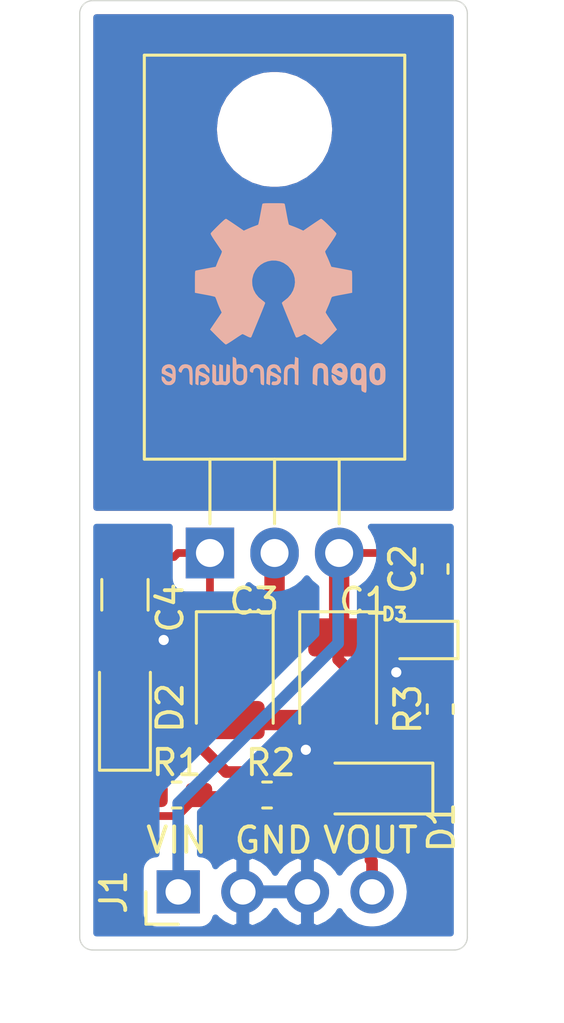
<source format=kicad_pcb>
(kicad_pcb (version 20171130) (host pcbnew 5.1.2-f72e74a~84~ubuntu19.04.1)

  (general
    (thickness 1.6)
    (drawings 12)
    (tracks 72)
    (zones 0)
    (modules 13)
    (nets 6)
  )

  (page A4)
  (layers
    (0 F.Cu signal)
    (31 B.Cu signal)
    (32 B.Adhes user)
    (33 F.Adhes user)
    (34 B.Paste user)
    (35 F.Paste user)
    (36 B.SilkS user)
    (37 F.SilkS user)
    (38 B.Mask user)
    (39 F.Mask user)
    (40 Dwgs.User user)
    (41 Cmts.User user)
    (42 Eco1.User user)
    (43 Eco2.User user)
    (44 Edge.Cuts user)
    (45 Margin user)
    (46 B.CrtYd user)
    (47 F.CrtYd user)
    (48 B.Fab user)
    (49 F.Fab user)
  )

  (setup
    (last_trace_width 0.4572)
    (user_trace_width 0.3048)
    (user_trace_width 0.4572)
    (user_trace_width 0.8)
    (trace_clearance 0.2)
    (zone_clearance 0.508)
    (zone_45_only no)
    (trace_min 0.2)
    (via_size 0.8)
    (via_drill 0.4)
    (via_min_size 0.4)
    (via_min_drill 0.3)
    (user_via 0.7 0.5)
    (uvia_size 0.3)
    (uvia_drill 0.1)
    (uvias_allowed no)
    (uvia_min_size 0.2)
    (uvia_min_drill 0.1)
    (edge_width 0.05)
    (segment_width 0.2)
    (pcb_text_width 0.3)
    (pcb_text_size 1.5 1.5)
    (mod_edge_width 0.12)
    (mod_text_size 1 1)
    (mod_text_width 0.15)
    (pad_size 1.524 1.524)
    (pad_drill 0.762)
    (pad_to_mask_clearance 0.051)
    (solder_mask_min_width 0.25)
    (aux_axis_origin 0 0)
    (visible_elements 7FFFFFFF)
    (pcbplotparams
      (layerselection 0x010fc_ffffffff)
      (usegerberextensions false)
      (usegerberattributes false)
      (usegerberadvancedattributes false)
      (creategerberjobfile false)
      (excludeedgelayer true)
      (linewidth 0.100000)
      (plotframeref false)
      (viasonmask false)
      (mode 1)
      (useauxorigin false)
      (hpglpennumber 1)
      (hpglpenspeed 20)
      (hpglpendiameter 15.000000)
      (psnegative false)
      (psa4output false)
      (plotreference true)
      (plotvalue true)
      (plotinvisibletext false)
      (padsonsilk false)
      (subtractmaskfromsilk false)
      (outputformat 1)
      (mirror false)
      (drillshape 1)
      (scaleselection 1)
      (outputdirectory ""))
  )

  (net 0 "")
  (net 1 GND)
  (net 2 /VOUT)
  (net 3 "Net-(C4-Pad1)")
  (net 4 /VIN)
  (net 5 "Net-(D3-Pad1)")

  (net_class Default "This is the default net class."
    (clearance 0.2)
    (trace_width 0.25)
    (via_dia 0.8)
    (via_drill 0.4)
    (uvia_dia 0.3)
    (uvia_drill 0.1)
    (add_net /VIN)
    (add_net /VOUT)
    (add_net GND)
    (add_net "Net-(C4-Pad1)")
    (add_net "Net-(D3-Pad1)")
  )

  (module Symbol:OSHW-Logo2_9.8x8mm_SilkScreen (layer B.Cu) (tedit 0) (tstamp 5CD2CFC1)
    (at 139.7 72.39 180)
    (descr "Open Source Hardware Symbol")
    (tags "Logo Symbol OSHW")
    (attr virtual)
    (fp_text reference REF** (at 0 0 180) (layer F.SilkS) hide
      (effects (font (size 1 1) (thickness 0.15)))
    )
    (fp_text value OSHW-Logo2_9.8x8mm_SilkScreen (at 0.75 0 180) (layer B.Fab) hide
      (effects (font (size 1 1) (thickness 0.15)) (justify mirror))
    )
    (fp_poly (pts (xy 0.139878 3.712224) (xy 0.245612 3.711645) (xy 0.322132 3.710078) (xy 0.374372 3.707028)
      (xy 0.407263 3.702004) (xy 0.425737 3.694511) (xy 0.434727 3.684056) (xy 0.439163 3.670147)
      (xy 0.439594 3.668346) (xy 0.446333 3.635855) (xy 0.458808 3.571748) (xy 0.475719 3.482849)
      (xy 0.495771 3.375981) (xy 0.517664 3.257967) (xy 0.518429 3.253822) (xy 0.540359 3.138169)
      (xy 0.560877 3.035986) (xy 0.578659 2.953402) (xy 0.592381 2.896544) (xy 0.600718 2.871542)
      (xy 0.601116 2.871099) (xy 0.625677 2.85889) (xy 0.676315 2.838544) (xy 0.742095 2.814455)
      (xy 0.742461 2.814326) (xy 0.825317 2.783182) (xy 0.923 2.743509) (xy 1.015077 2.703619)
      (xy 1.019434 2.701647) (xy 1.169407 2.63358) (xy 1.501498 2.860361) (xy 1.603374 2.929496)
      (xy 1.695657 2.991303) (xy 1.773003 3.042267) (xy 1.830064 3.078873) (xy 1.861495 3.097606)
      (xy 1.864479 3.098996) (xy 1.887321 3.09281) (xy 1.929982 3.062965) (xy 1.994128 3.008053)
      (xy 2.081421 2.926666) (xy 2.170535 2.840078) (xy 2.256441 2.754753) (xy 2.333327 2.676892)
      (xy 2.396564 2.611303) (xy 2.441523 2.562795) (xy 2.463576 2.536175) (xy 2.464396 2.534805)
      (xy 2.466834 2.516537) (xy 2.45765 2.486705) (xy 2.434574 2.441279) (xy 2.395337 2.37623)
      (xy 2.33767 2.28753) (xy 2.260795 2.173343) (xy 2.19257 2.072838) (xy 2.131582 1.982697)
      (xy 2.081356 1.908151) (xy 2.045416 1.854435) (xy 2.027287 1.826782) (xy 2.026146 1.824905)
      (xy 2.028359 1.79841) (xy 2.045138 1.746914) (xy 2.073142 1.680149) (xy 2.083122 1.658828)
      (xy 2.126672 1.563841) (xy 2.173134 1.456063) (xy 2.210877 1.362808) (xy 2.238073 1.293594)
      (xy 2.259675 1.240994) (xy 2.272158 1.213503) (xy 2.273709 1.211384) (xy 2.296668 1.207876)
      (xy 2.350786 1.198262) (xy 2.428868 1.183911) (xy 2.523719 1.166193) (xy 2.628143 1.146475)
      (xy 2.734944 1.126126) (xy 2.836926 1.106514) (xy 2.926894 1.089009) (xy 2.997653 1.074978)
      (xy 3.042006 1.065791) (xy 3.052885 1.063193) (xy 3.064122 1.056782) (xy 3.072605 1.042303)
      (xy 3.078714 1.014867) (xy 3.082832 0.969589) (xy 3.085341 0.90158) (xy 3.086621 0.805953)
      (xy 3.087054 0.67782) (xy 3.087077 0.625299) (xy 3.087077 0.198155) (xy 2.9845 0.177909)
      (xy 2.927431 0.16693) (xy 2.842269 0.150905) (xy 2.739372 0.131767) (xy 2.629096 0.111449)
      (xy 2.598615 0.105868) (xy 2.496855 0.086083) (xy 2.408205 0.066627) (xy 2.340108 0.049303)
      (xy 2.300004 0.035912) (xy 2.293323 0.031921) (xy 2.276919 0.003658) (xy 2.253399 -0.051109)
      (xy 2.227316 -0.121588) (xy 2.222142 -0.136769) (xy 2.187956 -0.230896) (xy 2.145523 -0.337101)
      (xy 2.103997 -0.432473) (xy 2.103792 -0.432916) (xy 2.03464 -0.582525) (xy 2.489512 -1.251617)
      (xy 2.1975 -1.544116) (xy 2.10918 -1.63117) (xy 2.028625 -1.707909) (xy 1.96036 -1.770237)
      (xy 1.908908 -1.814056) (xy 1.878794 -1.83527) (xy 1.874474 -1.836616) (xy 1.849111 -1.826016)
      (xy 1.797358 -1.796547) (xy 1.724868 -1.751705) (xy 1.637294 -1.694984) (xy 1.542612 -1.631462)
      (xy 1.446516 -1.566668) (xy 1.360837 -1.510287) (xy 1.291016 -1.465788) (xy 1.242494 -1.436639)
      (xy 1.220782 -1.426308) (xy 1.194293 -1.43505) (xy 1.144062 -1.458087) (xy 1.080451 -1.490631)
      (xy 1.073708 -1.494249) (xy 0.988046 -1.53721) (xy 0.929306 -1.558279) (xy 0.892772 -1.558503)
      (xy 0.873731 -1.538928) (xy 0.87362 -1.538654) (xy 0.864102 -1.515472) (xy 0.841403 -1.460441)
      (xy 0.807282 -1.377822) (xy 0.7635 -1.271872) (xy 0.711816 -1.146852) (xy 0.653992 -1.00702)
      (xy 0.597991 -0.871637) (xy 0.536447 -0.722234) (xy 0.479939 -0.583832) (xy 0.430161 -0.460673)
      (xy 0.388806 -0.357002) (xy 0.357568 -0.277059) (xy 0.338141 -0.225088) (xy 0.332154 -0.205692)
      (xy 0.347168 -0.183443) (xy 0.386439 -0.147982) (xy 0.438807 -0.108887) (xy 0.587941 0.014755)
      (xy 0.704511 0.156478) (xy 0.787118 0.313296) (xy 0.834366 0.482225) (xy 0.844857 0.660278)
      (xy 0.837231 0.742461) (xy 0.795682 0.912969) (xy 0.724123 1.063541) (xy 0.626995 1.192691)
      (xy 0.508734 1.298936) (xy 0.37378 1.38079) (xy 0.226571 1.436768) (xy 0.071544 1.465385)
      (xy -0.086861 1.465156) (xy -0.244206 1.434595) (xy -0.396054 1.372218) (xy -0.537965 1.27654)
      (xy -0.597197 1.222428) (xy -0.710797 1.08348) (xy -0.789894 0.931639) (xy -0.835014 0.771333)
      (xy -0.846684 0.606988) (xy -0.825431 0.443029) (xy -0.77178 0.283882) (xy -0.68626 0.133975)
      (xy -0.569395 -0.002267) (xy -0.438807 -0.108887) (xy -0.384412 -0.149642) (xy -0.345986 -0.184718)
      (xy -0.332154 -0.205726) (xy -0.339397 -0.228635) (xy -0.359995 -0.283365) (xy -0.392254 -0.365672)
      (xy -0.434479 -0.471315) (xy -0.484977 -0.59605) (xy -0.542052 -0.735636) (xy -0.598146 -0.87167)
      (xy -0.660033 -1.021201) (xy -0.717356 -1.159767) (xy -0.768356 -1.283107) (xy -0.811273 -1.386964)
      (xy -0.844347 -1.46708) (xy -0.865819 -1.519195) (xy -0.873775 -1.538654) (xy -0.892571 -1.558423)
      (xy -0.928926 -1.558365) (xy -0.987521 -1.537441) (xy -1.073032 -1.494613) (xy -1.073708 -1.494249)
      (xy -1.138093 -1.461012) (xy -1.190139 -1.436802) (xy -1.219488 -1.426404) (xy -1.220783 -1.426308)
      (xy -1.242876 -1.436855) (xy -1.291652 -1.466184) (xy -1.361669 -1.510827) (xy -1.447486 -1.567314)
      (xy -1.542612 -1.631462) (xy -1.63946 -1.696411) (xy -1.726747 -1.752896) (xy -1.798819 -1.797421)
      (xy -1.850023 -1.82649) (xy -1.874474 -1.836616) (xy -1.89699 -1.823307) (xy -1.942258 -1.786112)
      (xy -2.005756 -1.729128) (xy -2.082961 -1.656449) (xy -2.169349 -1.572171) (xy -2.197601 -1.544016)
      (xy -2.489713 -1.251416) (xy -2.267369 -0.925104) (xy -2.199798 -0.824897) (xy -2.140493 -0.734963)
      (xy -2.092783 -0.66051) (xy -2.059993 -0.606751) (xy -2.045452 -0.578894) (xy -2.045026 -0.576912)
      (xy -2.052692 -0.550655) (xy -2.073311 -0.497837) (xy -2.103315 -0.42731) (xy -2.124375 -0.380093)
      (xy -2.163752 -0.289694) (xy -2.200835 -0.198366) (xy -2.229585 -0.1212) (xy -2.237395 -0.097692)
      (xy -2.259583 -0.034916) (xy -2.281273 0.013589) (xy -2.293187 0.031921) (xy -2.319477 0.043141)
      (xy -2.376858 0.059046) (xy -2.457882 0.077833) (xy -2.555105 0.097701) (xy -2.598615 0.105868)
      (xy -2.709104 0.126171) (xy -2.815084 0.14583) (xy -2.906199 0.162912) (xy -2.972092 0.175482)
      (xy -2.9845 0.177909) (xy -3.087077 0.198155) (xy -3.087077 0.625299) (xy -3.086847 0.765754)
      (xy -3.085901 0.872021) (xy -3.083859 0.948987) (xy -3.080338 1.00154) (xy -3.074957 1.034567)
      (xy -3.067334 1.052955) (xy -3.057088 1.061592) (xy -3.052885 1.063193) (xy -3.02753 1.068873)
      (xy -2.971516 1.080205) (xy -2.892036 1.095821) (xy -2.796288 1.114353) (xy -2.691467 1.134431)
      (xy -2.584768 1.154688) (xy -2.483387 1.173754) (xy -2.394521 1.190261) (xy -2.325363 1.202841)
      (xy -2.283111 1.210125) (xy -2.27371 1.211384) (xy -2.265193 1.228237) (xy -2.24634 1.27313)
      (xy -2.220676 1.33757) (xy -2.210877 1.362808) (xy -2.171352 1.460314) (xy -2.124808 1.568041)
      (xy -2.083123 1.658828) (xy -2.05245 1.728247) (xy -2.032044 1.78529) (xy -2.025232 1.820223)
      (xy -2.026318 1.824905) (xy -2.040715 1.847009) (xy -2.073588 1.896169) (xy -2.12141 1.967152)
      (xy -2.180652 2.054722) (xy -2.247785 2.153643) (xy -2.261059 2.17317) (xy -2.338954 2.28886)
      (xy -2.396213 2.376956) (xy -2.435119 2.441514) (xy -2.457956 2.486589) (xy -2.467006 2.516237)
      (xy -2.464552 2.534515) (xy -2.464489 2.534631) (xy -2.445173 2.558639) (xy -2.402449 2.605053)
      (xy -2.340949 2.669063) (xy -2.265302 2.745855) (xy -2.180139 2.830618) (xy -2.170535 2.840078)
      (xy -2.06321 2.944011) (xy -1.980385 3.020325) (xy -1.920395 3.070429) (xy -1.881577 3.09573)
      (xy -1.86448 3.098996) (xy -1.839527 3.08475) (xy -1.787745 3.051844) (xy -1.71448 3.003792)
      (xy -1.62508 2.94411) (xy -1.524889 2.876312) (xy -1.501499 2.860361) (xy -1.169407 2.63358)
      (xy -1.019435 2.701647) (xy -0.92823 2.741315) (xy -0.830331 2.781209) (xy -0.746169 2.813017)
      (xy -0.742462 2.814326) (xy -0.676631 2.838424) (xy -0.625884 2.8588) (xy -0.601158 2.871064)
      (xy -0.601116 2.871099) (xy -0.593271 2.893266) (xy -0.579934 2.947783) (xy -0.56243 3.02852)
      (xy -0.542083 3.12935) (xy -0.520218 3.244144) (xy -0.518429 3.253822) (xy -0.496496 3.372096)
      (xy -0.47636 3.479458) (xy -0.45932 3.569083) (xy -0.446672 3.634149) (xy -0.439716 3.667832)
      (xy -0.439594 3.668346) (xy -0.435361 3.682675) (xy -0.427129 3.693493) (xy -0.409967 3.701294)
      (xy -0.378942 3.706571) (xy -0.329122 3.709818) (xy -0.255576 3.711528) (xy -0.153371 3.712193)
      (xy -0.017575 3.712307) (xy 0 3.712308) (xy 0.139878 3.712224)) (layer B.SilkS) (width 0.01))
    (fp_poly (pts (xy 4.245224 -2.647838) (xy 4.322528 -2.698361) (xy 4.359814 -2.74359) (xy 4.389353 -2.825663)
      (xy 4.391699 -2.890607) (xy 4.386385 -2.977445) (xy 4.186115 -3.065103) (xy 4.088739 -3.109887)
      (xy 4.025113 -3.145913) (xy 3.992029 -3.177117) (xy 3.98628 -3.207436) (xy 4.004658 -3.240805)
      (xy 4.024923 -3.262923) (xy 4.083889 -3.298393) (xy 4.148024 -3.300879) (xy 4.206926 -3.273235)
      (xy 4.250197 -3.21832) (xy 4.257936 -3.198928) (xy 4.295006 -3.138364) (xy 4.337654 -3.112552)
      (xy 4.396154 -3.090471) (xy 4.396154 -3.174184) (xy 4.390982 -3.23115) (xy 4.370723 -3.279189)
      (xy 4.328262 -3.334346) (xy 4.321951 -3.341514) (xy 4.27472 -3.390585) (xy 4.234121 -3.41692)
      (xy 4.183328 -3.429035) (xy 4.14122 -3.433003) (xy 4.065902 -3.433991) (xy 4.012286 -3.421466)
      (xy 3.978838 -3.402869) (xy 3.926268 -3.361975) (xy 3.889879 -3.317748) (xy 3.86685 -3.262126)
      (xy 3.854359 -3.187047) (xy 3.849587 -3.084449) (xy 3.849206 -3.032376) (xy 3.850501 -2.969948)
      (xy 3.968471 -2.969948) (xy 3.969839 -3.003438) (xy 3.973249 -3.008923) (xy 3.995753 -3.001472)
      (xy 4.044182 -2.981753) (xy 4.108908 -2.953718) (xy 4.122443 -2.947692) (xy 4.204244 -2.906096)
      (xy 4.249312 -2.869538) (xy 4.259217 -2.835296) (xy 4.235526 -2.800648) (xy 4.21596 -2.785339)
      (xy 4.14536 -2.754721) (xy 4.07928 -2.75978) (xy 4.023959 -2.797151) (xy 3.985636 -2.863473)
      (xy 3.973349 -2.916116) (xy 3.968471 -2.969948) (xy 3.850501 -2.969948) (xy 3.85173 -2.91072)
      (xy 3.861032 -2.82071) (xy 3.87946 -2.755167) (xy 3.90936 -2.706912) (xy 3.95308 -2.668767)
      (xy 3.972141 -2.65644) (xy 4.058726 -2.624336) (xy 4.153522 -2.622316) (xy 4.245224 -2.647838)) (layer B.SilkS) (width 0.01))
    (fp_poly (pts (xy 3.570807 -2.636782) (xy 3.594161 -2.646988) (xy 3.649902 -2.691134) (xy 3.697569 -2.754967)
      (xy 3.727048 -2.823087) (xy 3.731846 -2.85667) (xy 3.71576 -2.903556) (xy 3.680475 -2.928365)
      (xy 3.642644 -2.943387) (xy 3.625321 -2.946155) (xy 3.616886 -2.926066) (xy 3.60023 -2.882351)
      (xy 3.592923 -2.862598) (xy 3.551948 -2.794271) (xy 3.492622 -2.760191) (xy 3.416552 -2.761239)
      (xy 3.410918 -2.762581) (xy 3.370305 -2.781836) (xy 3.340448 -2.819375) (xy 3.320055 -2.879809)
      (xy 3.307836 -2.967751) (xy 3.3025 -3.087813) (xy 3.302 -3.151698) (xy 3.301752 -3.252403)
      (xy 3.300126 -3.321054) (xy 3.295801 -3.364673) (xy 3.287454 -3.390282) (xy 3.273765 -3.404903)
      (xy 3.253411 -3.415558) (xy 3.252234 -3.416095) (xy 3.213038 -3.432667) (xy 3.193619 -3.438769)
      (xy 3.190635 -3.420319) (xy 3.188081 -3.369323) (xy 3.18614 -3.292308) (xy 3.184997 -3.195805)
      (xy 3.184769 -3.125184) (xy 3.185932 -2.988525) (xy 3.190479 -2.884851) (xy 3.199999 -2.808108)
      (xy 3.216081 -2.752246) (xy 3.240313 -2.711212) (xy 3.274286 -2.678954) (xy 3.307833 -2.65644)
      (xy 3.388499 -2.626476) (xy 3.482381 -2.619718) (xy 3.570807 -2.636782)) (layer B.SilkS) (width 0.01))
    (fp_poly (pts (xy 2.887333 -2.633528) (xy 2.94359 -2.659117) (xy 2.987747 -2.690124) (xy 3.020101 -2.724795)
      (xy 3.042438 -2.76952) (xy 3.056546 -2.830692) (xy 3.064211 -2.914701) (xy 3.06722 -3.02794)
      (xy 3.067538 -3.102509) (xy 3.067538 -3.39342) (xy 3.017773 -3.416095) (xy 2.978576 -3.432667)
      (xy 2.959157 -3.438769) (xy 2.955442 -3.42061) (xy 2.952495 -3.371648) (xy 2.950691 -3.300153)
      (xy 2.950308 -3.243385) (xy 2.948661 -3.161371) (xy 2.944222 -3.096309) (xy 2.93774 -3.056467)
      (xy 2.93259 -3.048) (xy 2.897977 -3.056646) (xy 2.84364 -3.078823) (xy 2.780722 -3.108886)
      (xy 2.720368 -3.141192) (xy 2.673721 -3.170098) (xy 2.651926 -3.189961) (xy 2.651839 -3.190175)
      (xy 2.653714 -3.226935) (xy 2.670525 -3.262026) (xy 2.700039 -3.290528) (xy 2.743116 -3.300061)
      (xy 2.779932 -3.29895) (xy 2.832074 -3.298133) (xy 2.859444 -3.310349) (xy 2.875882 -3.342624)
      (xy 2.877955 -3.34871) (xy 2.885081 -3.394739) (xy 2.866024 -3.422687) (xy 2.816353 -3.436007)
      (xy 2.762697 -3.43847) (xy 2.666142 -3.42021) (xy 2.616159 -3.394131) (xy 2.554429 -3.332868)
      (xy 2.52169 -3.25767) (xy 2.518753 -3.178211) (xy 2.546424 -3.104167) (xy 2.588047 -3.057769)
      (xy 2.629604 -3.031793) (xy 2.694922 -2.998907) (xy 2.771038 -2.965557) (xy 2.783726 -2.960461)
      (xy 2.867333 -2.923565) (xy 2.91553 -2.891046) (xy 2.93103 -2.858718) (xy 2.91655 -2.822394)
      (xy 2.891692 -2.794) (xy 2.832939 -2.759039) (xy 2.768293 -2.756417) (xy 2.709008 -2.783358)
      (xy 2.666339 -2.837088) (xy 2.660739 -2.85095) (xy 2.628133 -2.901936) (xy 2.58053 -2.939787)
      (xy 2.520461 -2.97085) (xy 2.520461 -2.882768) (xy 2.523997 -2.828951) (xy 2.539156 -2.786534)
      (xy 2.572768 -2.741279) (xy 2.605035 -2.70642) (xy 2.655209 -2.657062) (xy 2.694193 -2.630547)
      (xy 2.736064 -2.619911) (xy 2.78346 -2.618154) (xy 2.887333 -2.633528)) (layer B.SilkS) (width 0.01))
    (fp_poly (pts (xy 2.395929 -2.636662) (xy 2.398911 -2.688068) (xy 2.401247 -2.766192) (xy 2.402749 -2.864857)
      (xy 2.403231 -2.968343) (xy 2.403231 -3.318533) (xy 2.341401 -3.380363) (xy 2.298793 -3.418462)
      (xy 2.26139 -3.433895) (xy 2.21027 -3.432918) (xy 2.189978 -3.430433) (xy 2.126554 -3.4232)
      (xy 2.074095 -3.419055) (xy 2.061308 -3.418672) (xy 2.018199 -3.421176) (xy 1.956544 -3.427462)
      (xy 1.932638 -3.430433) (xy 1.873922 -3.435028) (xy 1.834464 -3.425046) (xy 1.795338 -3.394228)
      (xy 1.781215 -3.380363) (xy 1.719385 -3.318533) (xy 1.719385 -2.663503) (xy 1.76915 -2.640829)
      (xy 1.812002 -2.624034) (xy 1.837073 -2.618154) (xy 1.843501 -2.636736) (xy 1.849509 -2.688655)
      (xy 1.854697 -2.768172) (xy 1.858664 -2.869546) (xy 1.860577 -2.955192) (xy 1.865923 -3.292231)
      (xy 1.91256 -3.298825) (xy 1.954976 -3.294214) (xy 1.97576 -3.279287) (xy 1.98157 -3.251377)
      (xy 1.98653 -3.191925) (xy 1.990246 -3.108466) (xy 1.992324 -3.008532) (xy 1.992624 -2.957104)
      (xy 1.992923 -2.661054) (xy 2.054454 -2.639604) (xy 2.098004 -2.62502) (xy 2.121694 -2.618219)
      (xy 2.122377 -2.618154) (xy 2.124754 -2.636642) (xy 2.127366 -2.687906) (xy 2.129995 -2.765649)
      (xy 2.132421 -2.863574) (xy 2.134115 -2.955192) (xy 2.139461 -3.292231) (xy 2.256692 -3.292231)
      (xy 2.262072 -2.984746) (xy 2.267451 -2.677261) (xy 2.324601 -2.647707) (xy 2.366797 -2.627413)
      (xy 2.39177 -2.618204) (xy 2.392491 -2.618154) (xy 2.395929 -2.636662)) (layer B.SilkS) (width 0.01))
    (fp_poly (pts (xy 1.602081 -2.780289) (xy 1.601833 -2.92632) (xy 1.600872 -3.038655) (xy 1.598794 -3.122678)
      (xy 1.595193 -3.183769) (xy 1.589665 -3.227309) (xy 1.581804 -3.258679) (xy 1.571207 -3.283262)
      (xy 1.563182 -3.297294) (xy 1.496728 -3.373388) (xy 1.41247 -3.421084) (xy 1.319249 -3.438199)
      (xy 1.2259 -3.422546) (xy 1.170312 -3.394418) (xy 1.111957 -3.34576) (xy 1.072186 -3.286333)
      (xy 1.04819 -3.208507) (xy 1.037161 -3.104652) (xy 1.035599 -3.028462) (xy 1.035809 -3.022986)
      (xy 1.172308 -3.022986) (xy 1.173141 -3.110355) (xy 1.176961 -3.168192) (xy 1.185746 -3.206029)
      (xy 1.201474 -3.233398) (xy 1.220266 -3.254042) (xy 1.283375 -3.29389) (xy 1.351137 -3.297295)
      (xy 1.415179 -3.264025) (xy 1.420164 -3.259517) (xy 1.441439 -3.236067) (xy 1.454779 -3.208166)
      (xy 1.462001 -3.166641) (xy 1.464923 -3.102316) (xy 1.465385 -3.0312) (xy 1.464383 -2.941858)
      (xy 1.460238 -2.882258) (xy 1.451236 -2.843089) (xy 1.435667 -2.81504) (xy 1.422902 -2.800144)
      (xy 1.3636 -2.762575) (xy 1.295301 -2.758057) (xy 1.23011 -2.786753) (xy 1.217528 -2.797406)
      (xy 1.196111 -2.821063) (xy 1.182744 -2.849251) (xy 1.175566 -2.891245) (xy 1.172719 -2.956319)
      (xy 1.172308 -3.022986) (xy 1.035809 -3.022986) (xy 1.040322 -2.905765) (xy 1.056362 -2.813577)
      (xy 1.086528 -2.744269) (xy 1.133629 -2.690211) (xy 1.170312 -2.662505) (xy 1.23699 -2.632572)
      (xy 1.314272 -2.618678) (xy 1.38611 -2.622397) (xy 1.426308 -2.6374) (xy 1.442082 -2.64167)
      (xy 1.45255 -2.62575) (xy 1.459856 -2.583089) (xy 1.465385 -2.518106) (xy 1.471437 -2.445732)
      (xy 1.479844 -2.402187) (xy 1.495141 -2.377287) (xy 1.521864 -2.360845) (xy 1.538654 -2.353564)
      (xy 1.602154 -2.326963) (xy 1.602081 -2.780289)) (layer B.SilkS) (width 0.01))
    (fp_poly (pts (xy 0.713362 -2.62467) (xy 0.802117 -2.657421) (xy 0.874022 -2.71535) (xy 0.902144 -2.756128)
      (xy 0.932802 -2.830954) (xy 0.932165 -2.885058) (xy 0.899987 -2.921446) (xy 0.888081 -2.927633)
      (xy 0.836675 -2.946925) (xy 0.810422 -2.941982) (xy 0.80153 -2.909587) (xy 0.801077 -2.891692)
      (xy 0.784797 -2.825859) (xy 0.742365 -2.779807) (xy 0.683388 -2.757564) (xy 0.617475 -2.763161)
      (xy 0.563895 -2.792229) (xy 0.545798 -2.80881) (xy 0.532971 -2.828925) (xy 0.524306 -2.859332)
      (xy 0.518696 -2.906788) (xy 0.515035 -2.97805) (xy 0.512215 -3.079875) (xy 0.511484 -3.112115)
      (xy 0.50882 -3.22241) (xy 0.505792 -3.300036) (xy 0.50125 -3.351396) (xy 0.494046 -3.38289)
      (xy 0.483033 -3.40092) (xy 0.46706 -3.411888) (xy 0.456834 -3.416733) (xy 0.413406 -3.433301)
      (xy 0.387842 -3.438769) (xy 0.379395 -3.420507) (xy 0.374239 -3.365296) (xy 0.372346 -3.272499)
      (xy 0.373689 -3.141478) (xy 0.374107 -3.121269) (xy 0.377058 -3.001733) (xy 0.380548 -2.914449)
      (xy 0.385514 -2.852591) (xy 0.392893 -2.809336) (xy 0.403624 -2.77786) (xy 0.418645 -2.751339)
      (xy 0.426502 -2.739975) (xy 0.471553 -2.689692) (xy 0.52194 -2.650581) (xy 0.528108 -2.647167)
      (xy 0.618458 -2.620212) (xy 0.713362 -2.62467)) (layer B.SilkS) (width 0.01))
    (fp_poly (pts (xy 0.053501 -2.626303) (xy 0.13006 -2.654733) (xy 0.130936 -2.655279) (xy 0.178285 -2.690127)
      (xy 0.213241 -2.730852) (xy 0.237825 -2.783925) (xy 0.254062 -2.855814) (xy 0.263975 -2.952992)
      (xy 0.269586 -3.081928) (xy 0.270077 -3.100298) (xy 0.277141 -3.377287) (xy 0.217695 -3.408028)
      (xy 0.174681 -3.428802) (xy 0.14871 -3.438646) (xy 0.147509 -3.438769) (xy 0.143014 -3.420606)
      (xy 0.139444 -3.371612) (xy 0.137248 -3.300031) (xy 0.136769 -3.242068) (xy 0.136758 -3.14817)
      (xy 0.132466 -3.089203) (xy 0.117503 -3.061079) (xy 0.085482 -3.059706) (xy 0.030014 -3.080998)
      (xy -0.053731 -3.120136) (xy -0.115311 -3.152643) (xy -0.146983 -3.180845) (xy -0.156294 -3.211582)
      (xy -0.156308 -3.213104) (xy -0.140943 -3.266054) (xy -0.095453 -3.29466) (xy -0.025834 -3.298803)
      (xy 0.024313 -3.298084) (xy 0.050754 -3.312527) (xy 0.067243 -3.347218) (xy 0.076733 -3.391416)
      (xy 0.063057 -3.416493) (xy 0.057907 -3.420082) (xy 0.009425 -3.434496) (xy -0.058469 -3.436537)
      (xy -0.128388 -3.426983) (xy -0.177932 -3.409522) (xy -0.24643 -3.351364) (xy -0.285366 -3.270408)
      (xy -0.293077 -3.20716) (xy -0.287193 -3.150111) (xy -0.265899 -3.103542) (xy -0.223735 -3.062181)
      (xy -0.155241 -3.020755) (xy -0.054956 -2.973993) (xy -0.048846 -2.97135) (xy 0.04149 -2.929617)
      (xy 0.097235 -2.895391) (xy 0.121129 -2.864635) (xy 0.115913 -2.833311) (xy 0.084328 -2.797383)
      (xy 0.074883 -2.789116) (xy 0.011617 -2.757058) (xy -0.053936 -2.758407) (xy -0.111028 -2.789838)
      (xy -0.148907 -2.848024) (xy -0.152426 -2.859446) (xy -0.1867 -2.914837) (xy -0.230191 -2.941518)
      (xy -0.293077 -2.96796) (xy -0.293077 -2.899548) (xy -0.273948 -2.80011) (xy -0.217169 -2.708902)
      (xy -0.187622 -2.678389) (xy -0.120458 -2.639228) (xy -0.035044 -2.6215) (xy 0.053501 -2.626303)) (layer B.SilkS) (width 0.01))
    (fp_poly (pts (xy -0.840154 -2.49212) (xy -0.834428 -2.57198) (xy -0.827851 -2.619039) (xy -0.818738 -2.639566)
      (xy -0.805402 -2.639829) (xy -0.801077 -2.637378) (xy -0.743556 -2.619636) (xy -0.668732 -2.620672)
      (xy -0.592661 -2.63891) (xy -0.545082 -2.662505) (xy -0.496298 -2.700198) (xy -0.460636 -2.742855)
      (xy -0.436155 -2.797057) (xy -0.420913 -2.869384) (xy -0.41297 -2.966419) (xy -0.410384 -3.094742)
      (xy -0.410338 -3.119358) (xy -0.410308 -3.39587) (xy -0.471839 -3.41732) (xy -0.515541 -3.431912)
      (xy -0.539518 -3.438706) (xy -0.540223 -3.438769) (xy -0.542585 -3.420345) (xy -0.544594 -3.369526)
      (xy -0.546099 -3.292993) (xy -0.546947 -3.19743) (xy -0.547077 -3.139329) (xy -0.547349 -3.024771)
      (xy -0.548748 -2.942667) (xy -0.552151 -2.886393) (xy -0.558433 -2.849326) (xy -0.568471 -2.824844)
      (xy -0.583139 -2.806325) (xy -0.592298 -2.797406) (xy -0.655211 -2.761466) (xy -0.723864 -2.758775)
      (xy -0.786152 -2.78917) (xy -0.797671 -2.800144) (xy -0.814567 -2.820779) (xy -0.826286 -2.845256)
      (xy -0.833767 -2.880647) (xy -0.837946 -2.934026) (xy -0.839763 -3.012466) (xy -0.840154 -3.120617)
      (xy -0.840154 -3.39587) (xy -0.901685 -3.41732) (xy -0.945387 -3.431912) (xy -0.969364 -3.438706)
      (xy -0.97007 -3.438769) (xy -0.971874 -3.420069) (xy -0.9735 -3.367322) (xy -0.974883 -3.285557)
      (xy -0.975958 -3.179805) (xy -0.97666 -3.055094) (xy -0.976923 -2.916455) (xy -0.976923 -2.381806)
      (xy -0.849923 -2.328236) (xy -0.840154 -2.49212)) (layer B.SilkS) (width 0.01))
    (fp_poly (pts (xy -2.465746 -2.599745) (xy -2.388714 -2.651567) (xy -2.329184 -2.726412) (xy -2.293622 -2.821654)
      (xy -2.286429 -2.891756) (xy -2.287246 -2.921009) (xy -2.294086 -2.943407) (xy -2.312888 -2.963474)
      (xy -2.349592 -2.985733) (xy -2.410138 -3.014709) (xy -2.500466 -3.054927) (xy -2.500923 -3.055129)
      (xy -2.584067 -3.09321) (xy -2.652247 -3.127025) (xy -2.698495 -3.152933) (xy -2.715842 -3.167295)
      (xy -2.715846 -3.167411) (xy -2.700557 -3.198685) (xy -2.664804 -3.233157) (xy -2.623758 -3.25799)
      (xy -2.602963 -3.262923) (xy -2.54623 -3.245862) (xy -2.497373 -3.203133) (xy -2.473535 -3.156155)
      (xy -2.450603 -3.121522) (xy -2.405682 -3.082081) (xy -2.352877 -3.048009) (xy -2.30629 -3.02948)
      (xy -2.296548 -3.028462) (xy -2.285582 -3.045215) (xy -2.284921 -3.088039) (xy -2.29298 -3.145781)
      (xy -2.308173 -3.207289) (xy -2.328914 -3.261409) (xy -2.329962 -3.26351) (xy -2.392379 -3.35066)
      (xy -2.473274 -3.409939) (xy -2.565144 -3.439034) (xy -2.660487 -3.435634) (xy -2.751802 -3.397428)
      (xy -2.755862 -3.394741) (xy -2.827694 -3.329642) (xy -2.874927 -3.244705) (xy -2.901066 -3.133021)
      (xy -2.904574 -3.101643) (xy -2.910787 -2.953536) (xy -2.903339 -2.884468) (xy -2.715846 -2.884468)
      (xy -2.71341 -2.927552) (xy -2.700086 -2.940126) (xy -2.666868 -2.930719) (xy -2.614506 -2.908483)
      (xy -2.555976 -2.88061) (xy -2.554521 -2.879872) (xy -2.504911 -2.853777) (xy -2.485 -2.836363)
      (xy -2.48991 -2.818107) (xy -2.510584 -2.79412) (xy -2.563181 -2.759406) (xy -2.619823 -2.756856)
      (xy -2.670631 -2.782119) (xy -2.705724 -2.830847) (xy -2.715846 -2.884468) (xy -2.903339 -2.884468)
      (xy -2.898008 -2.835036) (xy -2.865222 -2.741055) (xy -2.819579 -2.675215) (xy -2.737198 -2.608681)
      (xy -2.646454 -2.575676) (xy -2.553815 -2.573573) (xy -2.465746 -2.599745)) (layer B.SilkS) (width 0.01))
    (fp_poly (pts (xy -3.983114 -2.587256) (xy -3.891536 -2.635409) (xy -3.823951 -2.712905) (xy -3.799943 -2.762727)
      (xy -3.781262 -2.837533) (xy -3.771699 -2.932052) (xy -3.770792 -3.03521) (xy -3.778079 -3.135935)
      (xy -3.793097 -3.223153) (xy -3.815385 -3.285791) (xy -3.822235 -3.296579) (xy -3.903368 -3.377105)
      (xy -3.999734 -3.425336) (xy -4.104299 -3.43945) (xy -4.210032 -3.417629) (xy -4.239457 -3.404547)
      (xy -4.296759 -3.364231) (xy -4.34705 -3.310775) (xy -4.351803 -3.303995) (xy -4.371122 -3.271321)
      (xy -4.383892 -3.236394) (xy -4.391436 -3.190414) (xy -4.395076 -3.124584) (xy -4.396135 -3.030105)
      (xy -4.396154 -3.008923) (xy -4.396106 -3.002182) (xy -4.200769 -3.002182) (xy -4.199632 -3.091349)
      (xy -4.195159 -3.15052) (xy -4.185754 -3.188741) (xy -4.169824 -3.215053) (xy -4.161692 -3.223846)
      (xy -4.114942 -3.257261) (xy -4.069553 -3.255737) (xy -4.02366 -3.226752) (xy -3.996288 -3.195809)
      (xy -3.980077 -3.150643) (xy -3.970974 -3.07942) (xy -3.970349 -3.071114) (xy -3.968796 -2.942037)
      (xy -3.985035 -2.846172) (xy -4.018848 -2.784107) (xy -4.070016 -2.756432) (xy -4.08828 -2.754923)
      (xy -4.13624 -2.762513) (xy -4.169047 -2.788808) (xy -4.189105 -2.839095) (xy -4.198822 -2.918664)
      (xy -4.200769 -3.002182) (xy -4.396106 -3.002182) (xy -4.395426 -2.908249) (xy -4.392371 -2.837906)
      (xy -4.385678 -2.789163) (xy -4.37404 -2.753288) (xy -4.356147 -2.721548) (xy -4.352192 -2.715648)
      (xy -4.285733 -2.636104) (xy -4.213315 -2.589929) (xy -4.125151 -2.571599) (xy -4.095213 -2.570703)
      (xy -3.983114 -2.587256)) (layer B.SilkS) (width 0.01))
    (fp_poly (pts (xy -1.728336 -2.595089) (xy -1.665633 -2.631358) (xy -1.622039 -2.667358) (xy -1.590155 -2.705075)
      (xy -1.56819 -2.751199) (xy -1.554351 -2.812421) (xy -1.546847 -2.895431) (xy -1.543883 -3.006919)
      (xy -1.543539 -3.087062) (xy -1.543539 -3.382065) (xy -1.709615 -3.456515) (xy -1.719385 -3.133402)
      (xy -1.723421 -3.012729) (xy -1.727656 -2.925141) (xy -1.732903 -2.86465) (xy -1.739975 -2.825268)
      (xy -1.749689 -2.801007) (xy -1.762856 -2.78588) (xy -1.767081 -2.782606) (xy -1.831091 -2.757034)
      (xy -1.895792 -2.767153) (xy -1.934308 -2.794) (xy -1.949975 -2.813024) (xy -1.96082 -2.837988)
      (xy -1.967712 -2.875834) (xy -1.971521 -2.933502) (xy -1.973117 -3.017935) (xy -1.973385 -3.105928)
      (xy -1.973437 -3.216323) (xy -1.975328 -3.294463) (xy -1.981655 -3.347165) (xy -1.995017 -3.381242)
      (xy -2.018015 -3.403511) (xy -2.053246 -3.420787) (xy -2.100303 -3.438738) (xy -2.151697 -3.458278)
      (xy -2.145579 -3.111485) (xy -2.143116 -2.986468) (xy -2.140233 -2.894082) (xy -2.136102 -2.827881)
      (xy -2.129893 -2.78142) (xy -2.120774 -2.748256) (xy -2.107917 -2.721944) (xy -2.092416 -2.698729)
      (xy -2.017629 -2.624569) (xy -1.926372 -2.581684) (xy -1.827117 -2.571412) (xy -1.728336 -2.595089)) (layer B.SilkS) (width 0.01))
    (fp_poly (pts (xy -3.231114 -2.584505) (xy -3.156461 -2.621727) (xy -3.090569 -2.690261) (xy -3.072423 -2.715648)
      (xy -3.052655 -2.748866) (xy -3.039828 -2.784945) (xy -3.03249 -2.833098) (xy -3.029187 -2.902536)
      (xy -3.028462 -2.994206) (xy -3.031737 -3.11983) (xy -3.043123 -3.214154) (xy -3.064959 -3.284523)
      (xy -3.099581 -3.338286) (xy -3.14933 -3.382788) (xy -3.152986 -3.385423) (xy -3.202015 -3.412377)
      (xy -3.261055 -3.425712) (xy -3.336141 -3.429) (xy -3.458205 -3.429) (xy -3.458256 -3.547497)
      (xy -3.459392 -3.613492) (xy -3.466314 -3.652202) (xy -3.484402 -3.675419) (xy -3.519038 -3.694933)
      (xy -3.527355 -3.69892) (xy -3.56628 -3.717603) (xy -3.596417 -3.729403) (xy -3.618826 -3.730422)
      (xy -3.634567 -3.716761) (xy -3.644698 -3.684522) (xy -3.650277 -3.629804) (xy -3.652365 -3.548711)
      (xy -3.652019 -3.437344) (xy -3.6503 -3.291802) (xy -3.649763 -3.248269) (xy -3.647828 -3.098205)
      (xy -3.646096 -3.000042) (xy -3.458308 -3.000042) (xy -3.457252 -3.083364) (xy -3.452562 -3.13788)
      (xy -3.441949 -3.173837) (xy -3.423128 -3.201482) (xy -3.41035 -3.214965) (xy -3.35811 -3.254417)
      (xy -3.311858 -3.257628) (xy -3.264133 -3.225049) (xy -3.262923 -3.223846) (xy -3.243506 -3.198668)
      (xy -3.231693 -3.164447) (xy -3.225735 -3.111748) (xy -3.22388 -3.031131) (xy -3.223846 -3.013271)
      (xy -3.22833 -2.902175) (xy -3.242926 -2.825161) (xy -3.26935 -2.778147) (xy -3.309317 -2.75705)
      (xy -3.332416 -2.754923) (xy -3.387238 -2.7649) (xy -3.424842 -2.797752) (xy -3.447477 -2.857857)
      (xy -3.457394 -2.949598) (xy -3.458308 -3.000042) (xy -3.646096 -3.000042) (xy -3.645778 -2.98206)
      (xy -3.643127 -2.894679) (xy -3.639394 -2.830905) (xy -3.634093 -2.785582) (xy -3.626742 -2.753555)
      (xy -3.616857 -2.729668) (xy -3.603954 -2.708764) (xy -3.598421 -2.700898) (xy -3.525031 -2.626595)
      (xy -3.43224 -2.584467) (xy -3.324904 -2.572722) (xy -3.231114 -2.584505)) (layer B.SilkS) (width 0.01))
  )

  (module LED_SMD:LED_0603_1608Metric (layer F.Cu) (tedit 5B301BBE) (tstamp 5CD2AF04)
    (at 145.4658 85.852 180)
    (descr "LED SMD 0603 (1608 Metric), square (rectangular) end terminal, IPC_7351 nominal, (Body size source: http://www.tortai-tech.com/upload/download/2011102023233369053.pdf), generated with kicad-footprint-generator")
    (tags diode)
    (path /5CD349D8)
    (attr smd)
    (fp_text reference D3 (at 1.016 1.016 180) (layer F.SilkS)
      (effects (font (size 0.5 0.5) (thickness 0.125)))
    )
    (fp_text value LG_L29K-G2J1-24-Z (at -4.826 -0.254 270) (layer F.Fab)
      (effects (font (size 1 1) (thickness 0.15)))
    )
    (fp_text user %R (at 0 0 180) (layer F.Fab)
      (effects (font (size 0.4 0.4) (thickness 0.06)))
    )
    (fp_line (start 1.48 0.73) (end -1.48 0.73) (layer F.CrtYd) (width 0.05))
    (fp_line (start 1.48 -0.73) (end 1.48 0.73) (layer F.CrtYd) (width 0.05))
    (fp_line (start -1.48 -0.73) (end 1.48 -0.73) (layer F.CrtYd) (width 0.05))
    (fp_line (start -1.48 0.73) (end -1.48 -0.73) (layer F.CrtYd) (width 0.05))
    (fp_line (start -1.485 0.735) (end 0.8 0.735) (layer F.SilkS) (width 0.12))
    (fp_line (start -1.485 -0.735) (end -1.485 0.735) (layer F.SilkS) (width 0.12))
    (fp_line (start 0.8 -0.735) (end -1.485 -0.735) (layer F.SilkS) (width 0.12))
    (fp_line (start 0.8 0.4) (end 0.8 -0.4) (layer F.Fab) (width 0.1))
    (fp_line (start -0.8 0.4) (end 0.8 0.4) (layer F.Fab) (width 0.1))
    (fp_line (start -0.8 -0.1) (end -0.8 0.4) (layer F.Fab) (width 0.1))
    (fp_line (start -0.5 -0.4) (end -0.8 -0.1) (layer F.Fab) (width 0.1))
    (fp_line (start 0.8 -0.4) (end -0.5 -0.4) (layer F.Fab) (width 0.1))
    (pad 2 smd roundrect (at 0.7875 0 180) (size 0.875 0.95) (layers F.Cu F.Paste F.Mask) (roundrect_rratio 0.25)
      (net 1 GND))
    (pad 1 smd roundrect (at -0.7875 0 180) (size 0.875 0.95) (layers F.Cu F.Paste F.Mask) (roundrect_rratio 0.25)
      (net 5 "Net-(D3-Pad1)"))
    (model ${KISYS3DMOD}/LED_SMD.3dshapes/LED_0603_1608Metric.wrl
      (at (xyz 0 0 0))
      (scale (xyz 1 1 1))
      (rotate (xyz 0 0 0))
    )
  )

  (module Resistor_SMD:R_0603_1608Metric_Pad1.05x0.95mm_HandSolder (layer F.Cu) (tedit 5B301BBD) (tstamp 5CD2AF73)
    (at 146.2532 88.5698 90)
    (descr "Resistor SMD 0603 (1608 Metric), square (rectangular) end terminal, IPC_7351 nominal with elongated pad for handsoldering. (Body size source: http://www.tortai-tech.com/upload/download/2011102023233369053.pdf), generated with kicad-footprint-generator")
    (tags "resistor handsolder")
    (path /5CD27E16)
    (attr smd)
    (fp_text reference R3 (at 0 -1.27 90) (layer F.SilkS)
      (effects (font (size 1 1) (thickness 0.15)))
    )
    (fp_text value 560 (at 0 2.286 90) (layer F.Fab)
      (effects (font (size 1 1) (thickness 0.15)))
    )
    (fp_text user %R (at 0 0 90) (layer F.Fab)
      (effects (font (size 0.4 0.4) (thickness 0.06)))
    )
    (fp_line (start 1.65 0.73) (end -1.65 0.73) (layer F.CrtYd) (width 0.05))
    (fp_line (start 1.65 -0.73) (end 1.65 0.73) (layer F.CrtYd) (width 0.05))
    (fp_line (start -1.65 -0.73) (end 1.65 -0.73) (layer F.CrtYd) (width 0.05))
    (fp_line (start -1.65 0.73) (end -1.65 -0.73) (layer F.CrtYd) (width 0.05))
    (fp_line (start -0.171267 0.51) (end 0.171267 0.51) (layer F.SilkS) (width 0.12))
    (fp_line (start -0.171267 -0.51) (end 0.171267 -0.51) (layer F.SilkS) (width 0.12))
    (fp_line (start 0.8 0.4) (end -0.8 0.4) (layer F.Fab) (width 0.1))
    (fp_line (start 0.8 -0.4) (end 0.8 0.4) (layer F.Fab) (width 0.1))
    (fp_line (start -0.8 -0.4) (end 0.8 -0.4) (layer F.Fab) (width 0.1))
    (fp_line (start -0.8 0.4) (end -0.8 -0.4) (layer F.Fab) (width 0.1))
    (pad 2 smd roundrect (at 0.875 0 90) (size 1.05 0.95) (layers F.Cu F.Paste F.Mask) (roundrect_rratio 0.25)
      (net 5 "Net-(D3-Pad1)"))
    (pad 1 smd roundrect (at -0.875 0 90) (size 1.05 0.95) (layers F.Cu F.Paste F.Mask) (roundrect_rratio 0.25)
      (net 2 /VOUT))
    (model ${KISYS3DMOD}/Resistor_SMD.3dshapes/R_0603_1608Metric.wrl
      (at (xyz 0 0 0))
      (scale (xyz 1 1 1))
      (rotate (xyz 0 0 0))
    )
  )

  (module Connector_PinHeader_2.54mm_OSHW:PinHeader_1x04_P2.54mm_Horizontal (layer F.Cu) (tedit 5CD1DFF4) (tstamp 5CD2D35E)
    (at 135.9535 95.758 90)
    (descr "Through hole angled pin header, 1x04, 2.54mm pitch, 6mm pin length, single row")
    (tags "Through hole angled pin header THT 1x04 2.54mm single row")
    (path /5CD1BDA5)
    (fp_text reference J1 (at 0 -2.54 90) (layer F.SilkS)
      (effects (font (size 1 1) (thickness 0.15)))
    )
    (fp_text value Screw_Terminal_01x04 (at -4.318 3.81 180) (layer F.Fab)
      (effects (font (size 1 1) (thickness 0.15)))
    )
    (fp_line (start -1.8 -1.8) (end 2.9 -1.8) (layer F.CrtYd) (width 0.12))
    (fp_line (start 2.9 -1.8) (end 2.9 9.4) (layer F.CrtYd) (width 0.12))
    (fp_line (start 2.9 9.4) (end -1.8 9.4) (layer F.CrtYd) (width 0.12))
    (fp_line (start -1.8 9.4) (end -1.8 -1.8) (layer F.CrtYd) (width 0.12))
    (fp_line (start -1.27 0) (end -1.27 -1.27) (layer F.SilkS) (width 0.12))
    (fp_line (start -1.27 -1.27) (end 0 -1.27) (layer F.SilkS) (width 0.12))
    (fp_line (start -1.8 -1.8) (end -1.8 9.4) (layer F.CrtYd) (width 0.05))
    (fp_text user %R (at -2.54 3.81 180) (layer F.Fab)
      (effects (font (size 1 1) (thickness 0.15)))
    )
    (pad 1 thru_hole rect (at 0 0 90) (size 1.7 1.7) (drill 1) (layers *.Cu *.Mask)
      (net 4 /VIN))
    (pad 2 thru_hole oval (at 0 2.54 90) (size 1.7 1.7) (drill 1) (layers *.Cu *.Mask)
      (net 1 GND))
    (pad 3 thru_hole oval (at 0 5.08 90) (size 1.7 1.7) (drill 1) (layers *.Cu *.Mask)
      (net 1 GND))
    (pad 4 thru_hole oval (at 0 7.62 90) (size 1.7 1.7) (drill 1) (layers *.Cu *.Mask)
      (net 2 /VOUT))
    (model ${KISYS3DMOD}/Connector_PinHeader_2.54mm.3dshapes/PinHeader_1x04_P2.54mm_Horizontal.wrl
      (offset (xyz 0 -7.5 0))
      (scale (xyz 1 1 1))
      (rotate (xyz 0 0 180))
    )
  )

  (module Package_TO_SOT_THT:TO-220-3_Horizontal_TabDown (layer F.Cu) (tedit 5AC8BA0D) (tstamp 5CD16227)
    (at 137.2 82.43)
    (descr "TO-220-3, Horizontal, RM 2.54mm, see https://www.vishay.com/docs/66542/to-220-1.pdf")
    (tags "TO-220-3 Horizontal RM 2.54mm")
    (path /5CD0B04B)
    (fp_text reference U1 (at 2.5 -11.056) (layer F.SilkS) hide
      (effects (font (size 1 1) (thickness 0.15)))
    )
    (fp_text value LM317T (at 2.5 -2.928) (layer F.Fab)
      (effects (font (size 1 1) (thickness 0.15)))
    )
    (fp_text user %R (at 2.54 -20.58) (layer F.Fab)
      (effects (font (size 1 1) (thickness 0.15)))
    )
    (fp_line (start 7.79 -19.71) (end -2.71 -19.71) (layer F.CrtYd) (width 0.05))
    (fp_line (start 7.79 1.25) (end 7.79 -19.71) (layer F.CrtYd) (width 0.05))
    (fp_line (start -2.71 1.25) (end 7.79 1.25) (layer F.CrtYd) (width 0.05))
    (fp_line (start -2.71 -19.71) (end -2.71 1.25) (layer F.CrtYd) (width 0.05))
    (fp_line (start 5.08 -3.69) (end 5.08 -1.15) (layer F.SilkS) (width 0.12))
    (fp_line (start 2.54 -3.69) (end 2.54 -1.15) (layer F.SilkS) (width 0.12))
    (fp_line (start 0 -3.69) (end 0 -1.15) (layer F.SilkS) (width 0.12))
    (fp_line (start 7.66 -19.58) (end 7.66 -3.69) (layer F.SilkS) (width 0.12))
    (fp_line (start -2.58 -19.58) (end -2.58 -3.69) (layer F.SilkS) (width 0.12))
    (fp_line (start -2.58 -19.58) (end 7.66 -19.58) (layer F.SilkS) (width 0.12))
    (fp_line (start -2.58 -3.69) (end 7.66 -3.69) (layer F.SilkS) (width 0.12))
    (fp_line (start 5.08 -3.81) (end 5.08 0) (layer F.Fab) (width 0.1))
    (fp_line (start 2.54 -3.81) (end 2.54 0) (layer F.Fab) (width 0.1))
    (fp_line (start 0 -3.81) (end 0 0) (layer F.Fab) (width 0.1))
    (fp_line (start 7.54 -3.81) (end -2.46 -3.81) (layer F.Fab) (width 0.1))
    (fp_line (start 7.54 -13.06) (end 7.54 -3.81) (layer F.Fab) (width 0.1))
    (fp_line (start -2.46 -13.06) (end 7.54 -13.06) (layer F.Fab) (width 0.1))
    (fp_line (start -2.46 -3.81) (end -2.46 -13.06) (layer F.Fab) (width 0.1))
    (fp_line (start 7.54 -13.06) (end -2.46 -13.06) (layer F.Fab) (width 0.1))
    (fp_line (start 7.54 -19.46) (end 7.54 -13.06) (layer F.Fab) (width 0.1))
    (fp_line (start -2.46 -19.46) (end 7.54 -19.46) (layer F.Fab) (width 0.1))
    (fp_line (start -2.46 -13.06) (end -2.46 -19.46) (layer F.Fab) (width 0.1))
    (fp_circle (center 2.54 -16.66) (end 4.39 -16.66) (layer F.Fab) (width 0.1))
    (pad 3 thru_hole oval (at 5.08 0) (size 1.905 2) (drill 1.1) (layers *.Cu *.Mask)
      (net 4 /VIN))
    (pad 2 thru_hole oval (at 2.54 0) (size 1.905 2) (drill 1.1) (layers *.Cu *.Mask)
      (net 2 /VOUT))
    (pad 1 thru_hole rect (at 0 0) (size 1.905 2) (drill 1.1) (layers *.Cu *.Mask)
      (net 3 "Net-(C4-Pad1)"))
    (pad "" np_thru_hole oval (at 2.54 -16.66) (size 3.5 3.5) (drill 3.5) (layers *.Cu *.Mask))
    (model ${KISYS3DMOD}/Package_TO_SOT_THT.3dshapes/TO-220-3_Horizontal_TabDown.wrl
      (at (xyz 0 0 0))
      (scale (xyz 1 1 1))
      (rotate (xyz 0 0 0))
    )
  )

  (module Resistor_SMD:R_0603_1608Metric_Pad1.05x0.95mm_HandSolder (layer F.Cu) (tedit 5B301BBD) (tstamp 5CD1CD1D)
    (at 139.446 91.948)
    (descr "Resistor SMD 0603 (1608 Metric), square (rectangular) end terminal, IPC_7351 nominal with elongated pad for handsoldering. (Body size source: http://www.tortai-tech.com/upload/download/2011102023233369053.pdf), generated with kicad-footprint-generator")
    (tags "resistor handsolder")
    (path /5CCF3D73)
    (attr smd)
    (fp_text reference R2 (at 0.141 -1.27) (layer F.SilkS)
      (effects (font (size 1 1) (thickness 0.15)))
    )
    (fp_text value R (at -7.366 0) (layer F.Fab)
      (effects (font (size 1 1) (thickness 0.15)))
    )
    (fp_text user %R (at 0 1.27) (layer F.Fab)
      (effects (font (size 0.4 0.4) (thickness 0.06)))
    )
    (fp_line (start 1.65 0.73) (end -1.65 0.73) (layer F.CrtYd) (width 0.05))
    (fp_line (start 1.65 -0.73) (end 1.65 0.73) (layer F.CrtYd) (width 0.05))
    (fp_line (start -1.65 -0.73) (end 1.65 -0.73) (layer F.CrtYd) (width 0.05))
    (fp_line (start -1.65 0.73) (end -1.65 -0.73) (layer F.CrtYd) (width 0.05))
    (fp_line (start -0.171267 0.51) (end 0.171267 0.51) (layer F.SilkS) (width 0.12))
    (fp_line (start -0.171267 -0.51) (end 0.171267 -0.51) (layer F.SilkS) (width 0.12))
    (fp_line (start 0.8 0.4) (end -0.8 0.4) (layer F.Fab) (width 0.1))
    (fp_line (start 0.8 -0.4) (end 0.8 0.4) (layer F.Fab) (width 0.1))
    (fp_line (start -0.8 -0.4) (end 0.8 -0.4) (layer F.Fab) (width 0.1))
    (fp_line (start -0.8 0.4) (end -0.8 -0.4) (layer F.Fab) (width 0.1))
    (pad 2 smd roundrect (at 0.875 0) (size 1.05 0.95) (layers F.Cu F.Paste F.Mask) (roundrect_rratio 0.25)
      (net 1 GND))
    (pad 1 smd roundrect (at -0.875 0) (size 1.05 0.95) (layers F.Cu F.Paste F.Mask) (roundrect_rratio 0.25)
      (net 3 "Net-(C4-Pad1)"))
    (model ${KISYS3DMOD}/Resistor_SMD.3dshapes/R_0603_1608Metric.wrl
      (at (xyz 0 0 0))
      (scale (xyz 1 1 1))
      (rotate (xyz 0 0 0))
    )
  )

  (module Resistor_SMD:R_0603_1608Metric_Pad1.05x0.95mm_HandSolder (layer F.Cu) (tedit 5B301BBD) (tstamp 5CD29EB6)
    (at 135.89 91.948)
    (descr "Resistor SMD 0603 (1608 Metric), square (rectangular) end terminal, IPC_7351 nominal with elongated pad for handsoldering. (Body size source: http://www.tortai-tech.com/upload/download/2011102023233369053.pdf), generated with kicad-footprint-generator")
    (tags "resistor handsolder")
    (path /5CCF23F9)
    (attr smd)
    (fp_text reference R1 (at 0 -1.27 180) (layer F.SilkS)
      (effects (font (size 1 1) (thickness 0.15)))
    )
    (fp_text value R (at -2.54 0) (layer F.Fab)
      (effects (font (size 1 1) (thickness 0.15)))
    )
    (fp_text user %R (at 0 1.27) (layer F.Fab)
      (effects (font (size 0.4 0.4) (thickness 0.06)))
    )
    (fp_line (start 1.65 0.73) (end -1.65 0.73) (layer F.CrtYd) (width 0.05))
    (fp_line (start 1.65 -0.73) (end 1.65 0.73) (layer F.CrtYd) (width 0.05))
    (fp_line (start -1.65 -0.73) (end 1.65 -0.73) (layer F.CrtYd) (width 0.05))
    (fp_line (start -1.65 0.73) (end -1.65 -0.73) (layer F.CrtYd) (width 0.05))
    (fp_line (start -0.171267 0.51) (end 0.171267 0.51) (layer F.SilkS) (width 0.12))
    (fp_line (start -0.171267 -0.51) (end 0.171267 -0.51) (layer F.SilkS) (width 0.12))
    (fp_line (start 0.8 0.4) (end -0.8 0.4) (layer F.Fab) (width 0.1))
    (fp_line (start 0.8 -0.4) (end 0.8 0.4) (layer F.Fab) (width 0.1))
    (fp_line (start -0.8 -0.4) (end 0.8 -0.4) (layer F.Fab) (width 0.1))
    (fp_line (start -0.8 0.4) (end -0.8 -0.4) (layer F.Fab) (width 0.1))
    (pad 2 smd roundrect (at 0.875 0) (size 1.05 0.95) (layers F.Cu F.Paste F.Mask) (roundrect_rratio 0.25)
      (net 3 "Net-(C4-Pad1)"))
    (pad 1 smd roundrect (at -0.875 0) (size 1.05 0.95) (layers F.Cu F.Paste F.Mask) (roundrect_rratio 0.25)
      (net 2 /VOUT))
    (model ${KISYS3DMOD}/Resistor_SMD.3dshapes/R_0603_1608Metric.wrl
      (at (xyz 0 0 0))
      (scale (xyz 1 1 1))
      (rotate (xyz 0 0 0))
    )
  )

  (module Diode_SMD:D_SOD-123F (layer F.Cu) (tedit 587F7769) (tstamp 5CD2D55A)
    (at 133.858 88.773 90)
    (descr D_SOD-123F)
    (tags D_SOD-123F)
    (path /5CCFDCF5)
    (attr smd)
    (fp_text reference D2 (at 0.254 1.778 270) (layer F.SilkS)
      (effects (font (size 1 1) (thickness 0.15)))
    )
    (fp_text value 1N4002 (at 0.254 -3.81 90) (layer F.Fab)
      (effects (font (size 1 1) (thickness 0.15)))
    )
    (fp_line (start -2.2 -1) (end 1.65 -1) (layer F.SilkS) (width 0.12))
    (fp_line (start -2.2 1) (end 1.65 1) (layer F.SilkS) (width 0.12))
    (fp_line (start -2.2 -1.15) (end -2.2 1.15) (layer F.CrtYd) (width 0.05))
    (fp_line (start 2.2 1.15) (end -2.2 1.15) (layer F.CrtYd) (width 0.05))
    (fp_line (start 2.2 -1.15) (end 2.2 1.15) (layer F.CrtYd) (width 0.05))
    (fp_line (start -2.2 -1.15) (end 2.2 -1.15) (layer F.CrtYd) (width 0.05))
    (fp_line (start -1.4 -0.9) (end 1.4 -0.9) (layer F.Fab) (width 0.1))
    (fp_line (start 1.4 -0.9) (end 1.4 0.9) (layer F.Fab) (width 0.1))
    (fp_line (start 1.4 0.9) (end -1.4 0.9) (layer F.Fab) (width 0.1))
    (fp_line (start -1.4 0.9) (end -1.4 -0.9) (layer F.Fab) (width 0.1))
    (fp_line (start -0.75 0) (end -0.35 0) (layer F.Fab) (width 0.1))
    (fp_line (start -0.35 0) (end -0.35 -0.55) (layer F.Fab) (width 0.1))
    (fp_line (start -0.35 0) (end -0.35 0.55) (layer F.Fab) (width 0.1))
    (fp_line (start -0.35 0) (end 0.25 -0.4) (layer F.Fab) (width 0.1))
    (fp_line (start 0.25 -0.4) (end 0.25 0.4) (layer F.Fab) (width 0.1))
    (fp_line (start 0.25 0.4) (end -0.35 0) (layer F.Fab) (width 0.1))
    (fp_line (start 0.25 0) (end 0.75 0) (layer F.Fab) (width 0.1))
    (fp_line (start -2.2 -1) (end -2.2 1) (layer F.SilkS) (width 0.12))
    (fp_text user %R (at 0 -2.54 90) (layer F.Fab)
      (effects (font (size 1 1) (thickness 0.15)))
    )
    (pad 2 smd rect (at 1.4 0 90) (size 1.1 1.1) (layers F.Cu F.Paste F.Mask)
      (net 3 "Net-(C4-Pad1)"))
    (pad 1 smd rect (at -1.4 0 90) (size 1.1 1.1) (layers F.Cu F.Paste F.Mask)
      (net 2 /VOUT))
    (model ${KISYS3DMOD}/Diode_SMD.3dshapes/D_SOD-123F.wrl
      (at (xyz 0 0 0))
      (scale (xyz 1 1 1))
      (rotate (xyz 0 0 0))
    )
  )

  (module Diode_SMD:D_SOD-123F (layer F.Cu) (tedit 587F7769) (tstamp 5CD1D06F)
    (at 143.764 91.694 180)
    (descr D_SOD-123F)
    (tags D_SOD-123F)
    (path /5CCFBD45)
    (attr smd)
    (fp_text reference D1 (at -2.54 -1.524 270) (layer F.SilkS)
      (effects (font (size 1 1) (thickness 0.15)))
    )
    (fp_text value 1N4002 (at -4.826 -0.254 90) (layer F.Fab)
      (effects (font (size 1 1) (thickness 0.15)))
    )
    (fp_line (start -2.2 -1) (end 1.65 -1) (layer F.SilkS) (width 0.12))
    (fp_line (start -2.2 1) (end 1.65 1) (layer F.SilkS) (width 0.12))
    (fp_line (start -2.2 -1.15) (end -2.2 1.15) (layer F.CrtYd) (width 0.05))
    (fp_line (start 2.2 1.15) (end -2.2 1.15) (layer F.CrtYd) (width 0.05))
    (fp_line (start 2.2 -1.15) (end 2.2 1.15) (layer F.CrtYd) (width 0.05))
    (fp_line (start -2.2 -1.15) (end 2.2 -1.15) (layer F.CrtYd) (width 0.05))
    (fp_line (start -1.4 -0.9) (end 1.4 -0.9) (layer F.Fab) (width 0.1))
    (fp_line (start 1.4 -0.9) (end 1.4 0.9) (layer F.Fab) (width 0.1))
    (fp_line (start 1.4 0.9) (end -1.4 0.9) (layer F.Fab) (width 0.1))
    (fp_line (start -1.4 0.9) (end -1.4 -0.9) (layer F.Fab) (width 0.1))
    (fp_line (start -0.75 0) (end -0.35 0) (layer F.Fab) (width 0.1))
    (fp_line (start -0.35 0) (end -0.35 -0.55) (layer F.Fab) (width 0.1))
    (fp_line (start -0.35 0) (end -0.35 0.55) (layer F.Fab) (width 0.1))
    (fp_line (start -0.35 0) (end 0.25 -0.4) (layer F.Fab) (width 0.1))
    (fp_line (start 0.25 -0.4) (end 0.25 0.4) (layer F.Fab) (width 0.1))
    (fp_line (start 0.25 0.4) (end -0.35 0) (layer F.Fab) (width 0.1))
    (fp_line (start 0.25 0) (end 0.75 0) (layer F.Fab) (width 0.1))
    (fp_line (start -2.2 -1) (end -2.2 1) (layer F.SilkS) (width 0.12))
    (pad 2 smd rect (at 1.4 0 180) (size 1.1 1.1) (layers F.Cu F.Paste F.Mask)
      (net 2 /VOUT))
    (pad 1 smd rect (at -1.4 0 180) (size 1.1 1.1) (layers F.Cu F.Paste F.Mask)
      (net 4 /VIN))
    (model ${KISYS3DMOD}/Diode_SMD.3dshapes/D_SOD-123F.wrl
      (at (xyz 0 0 0))
      (scale (xyz 1 1 1))
      (rotate (xyz 0 0 0))
    )
  )

  (module Capacitor_SMD:C_1206_3216Metric_Pad1.42x1.75mm_HandSolder (layer F.Cu) (tedit 5B301BBE) (tstamp 5CD1D593)
    (at 133.858 84.074 270)
    (descr "Capacitor SMD 1206 (3216 Metric), square (rectangular) end terminal, IPC_7351 nominal with elongated pad for handsoldering. (Body size source: http://www.tortai-tech.com/upload/download/2011102023233369053.pdf), generated with kicad-footprint-generator")
    (tags "capacitor handsolder")
    (path /5CD032FA)
    (attr smd)
    (fp_text reference C4 (at 0.508 -1.778 270) (layer F.SilkS)
      (effects (font (size 1 1) (thickness 0.15)))
    )
    (fp_text value 10uF (at -1.27 4.064 90) (layer F.Fab)
      (effects (font (size 1 1) (thickness 0.15)))
    )
    (fp_text user %R (at -0.762 2.286 270) (layer F.Fab)
      (effects (font (size 0.8 0.8) (thickness 0.12)))
    )
    (fp_line (start 2.45 1.12) (end -2.45 1.12) (layer F.CrtYd) (width 0.05))
    (fp_line (start 2.45 -1.12) (end 2.45 1.12) (layer F.CrtYd) (width 0.05))
    (fp_line (start -2.45 -1.12) (end 2.45 -1.12) (layer F.CrtYd) (width 0.05))
    (fp_line (start -2.45 1.12) (end -2.45 -1.12) (layer F.CrtYd) (width 0.05))
    (fp_line (start -0.602064 0.91) (end 0.602064 0.91) (layer F.SilkS) (width 0.12))
    (fp_line (start -0.602064 -0.91) (end 0.602064 -0.91) (layer F.SilkS) (width 0.12))
    (fp_line (start 1.6 0.8) (end -1.6 0.8) (layer F.Fab) (width 0.1))
    (fp_line (start 1.6 -0.8) (end 1.6 0.8) (layer F.Fab) (width 0.1))
    (fp_line (start -1.6 -0.8) (end 1.6 -0.8) (layer F.Fab) (width 0.1))
    (fp_line (start -1.6 0.8) (end -1.6 -0.8) (layer F.Fab) (width 0.1))
    (pad 2 smd roundrect (at 1.4875 0 270) (size 1.425 1.75) (layers F.Cu F.Paste F.Mask) (roundrect_rratio 0.175439)
      (net 1 GND))
    (pad 1 smd roundrect (at -1.4875 0 270) (size 1.425 1.75) (layers F.Cu F.Paste F.Mask) (roundrect_rratio 0.175439)
      (net 3 "Net-(C4-Pad1)"))
    (model ${KISYS3DMOD}/Capacitor_SMD.3dshapes/C_1206_3216Metric.wrl
      (at (xyz 0 0 0))
      (scale (xyz 1 1 1))
      (rotate (xyz 0 0 0))
    )
  )

  (module Capacitor_Tantalum_SMD:CP_EIA-3528-15_AVX-H_Pad1.50x2.35mm_HandSolder (layer F.Cu) (tedit 5B342532) (tstamp 5CD1C7D2)
    (at 138.176 87.376 270)
    (descr "Tantalum Capacitor SMD AVX-H (3528-15 Metric), IPC_7351 nominal, (Body size from: http://www.kemet.com/Lists/ProductCatalog/Attachments/253/KEM_TC101_STD.pdf), generated with kicad-footprint-generator")
    (tags "capacitor tantalum")
    (path /5CD0148C)
    (attr smd)
    (fp_text reference C3 (at -3.048 -0.762 180) (layer F.SilkS)
      (effects (font (size 1 1) (thickness 0.15)))
    )
    (fp_text value 22uF (at 0 0 180) (layer F.Fab)
      (effects (font (size 1 1) (thickness 0.15)))
    )
    (fp_text user %R (at -3.048 -0.762 180) (layer F.Fab)
      (effects (font (size 0.88 0.88) (thickness 0.13)))
    )
    (fp_line (start 2.62 1.65) (end -2.62 1.65) (layer F.CrtYd) (width 0.05))
    (fp_line (start 2.62 -1.65) (end 2.62 1.65) (layer F.CrtYd) (width 0.05))
    (fp_line (start -2.62 -1.65) (end 2.62 -1.65) (layer F.CrtYd) (width 0.05))
    (fp_line (start -2.62 1.65) (end -2.62 -1.65) (layer F.CrtYd) (width 0.05))
    (fp_line (start -2.635 1.51) (end 1.75 1.51) (layer F.SilkS) (width 0.12))
    (fp_line (start -2.635 -1.51) (end -2.635 1.51) (layer F.SilkS) (width 0.12))
    (fp_line (start 1.75 -1.51) (end -2.635 -1.51) (layer F.SilkS) (width 0.12))
    (fp_line (start 1.75 1.4) (end 1.75 -1.4) (layer F.Fab) (width 0.1))
    (fp_line (start -1.75 1.4) (end 1.75 1.4) (layer F.Fab) (width 0.1))
    (fp_line (start -1.75 -0.7) (end -1.75 1.4) (layer F.Fab) (width 0.1))
    (fp_line (start -1.05 -1.4) (end -1.75 -0.7) (layer F.Fab) (width 0.1))
    (fp_line (start 1.75 -1.4) (end -1.05 -1.4) (layer F.Fab) (width 0.1))
    (pad 2 smd roundrect (at 1.625 0 270) (size 1.5 2.35) (layers F.Cu F.Paste F.Mask) (roundrect_rratio 0.166667)
      (net 1 GND))
    (pad 1 smd roundrect (at -1.625 0 270) (size 1.5 2.35) (layers F.Cu F.Paste F.Mask) (roundrect_rratio 0.166667)
      (net 2 /VOUT))
    (model ${KISYS3DMOD}/Capacitor_Tantalum_SMD.3dshapes/CP_EIA-3528-15_AVX-H.wrl
      (at (xyz 0 0 0))
      (scale (xyz 1 1 1))
      (rotate (xyz 0 0 0))
    )
  )

  (module Capacitor_SMD:C_0603_1608Metric_Pad1.05x0.95mm_HandSolder (layer F.Cu) (tedit 5B301BBE) (tstamp 5CD2B174)
    (at 146.05 83.058 270)
    (descr "Capacitor SMD 0603 (1608 Metric), square (rectangular) end terminal, IPC_7351 nominal with elongated pad for handsoldering. (Body size source: http://www.tortai-tech.com/upload/download/2011102023233369053.pdf), generated with kicad-footprint-generator")
    (tags "capacitor handsolder")
    (path /5CCF7777)
    (attr smd)
    (fp_text reference C2 (at 0 1.27 270) (layer F.SilkS)
      (effects (font (size 1 1) (thickness 0.15)))
    )
    (fp_text value 100nF (at -0.254 -2.286 90) (layer F.Fab)
      (effects (font (size 1 1) (thickness 0.15)))
    )
    (fp_text user %R (at 0 -1.27 90) (layer F.Fab)
      (effects (font (size 0.4 0.4) (thickness 0.06)))
    )
    (fp_line (start 1.65 0.73) (end -1.65 0.73) (layer F.CrtYd) (width 0.05))
    (fp_line (start 1.65 -0.73) (end 1.65 0.73) (layer F.CrtYd) (width 0.05))
    (fp_line (start -1.65 -0.73) (end 1.65 -0.73) (layer F.CrtYd) (width 0.05))
    (fp_line (start -1.65 0.73) (end -1.65 -0.73) (layer F.CrtYd) (width 0.05))
    (fp_line (start -0.171267 0.51) (end 0.171267 0.51) (layer F.SilkS) (width 0.12))
    (fp_line (start -0.171267 -0.51) (end 0.171267 -0.51) (layer F.SilkS) (width 0.12))
    (fp_line (start 0.8 0.4) (end -0.8 0.4) (layer F.Fab) (width 0.1))
    (fp_line (start 0.8 -0.4) (end 0.8 0.4) (layer F.Fab) (width 0.1))
    (fp_line (start -0.8 -0.4) (end 0.8 -0.4) (layer F.Fab) (width 0.1))
    (fp_line (start -0.8 0.4) (end -0.8 -0.4) (layer F.Fab) (width 0.1))
    (pad 2 smd roundrect (at 0.875 0 270) (size 1.05 0.95) (layers F.Cu F.Paste F.Mask) (roundrect_rratio 0.25)
      (net 1 GND))
    (pad 1 smd roundrect (at -0.875 0 270) (size 1.05 0.95) (layers F.Cu F.Paste F.Mask) (roundrect_rratio 0.25)
      (net 4 /VIN))
    (model ${KISYS3DMOD}/Capacitor_SMD.3dshapes/C_0603_1608Metric.wrl
      (at (xyz 0 0 0))
      (scale (xyz 1 1 1))
      (rotate (xyz 0 0 0))
    )
  )

  (module Capacitor_Tantalum_SMD:CP_EIA-3528-15_AVX-H_Pad1.50x2.35mm_HandSolder (layer F.Cu) (tedit 5B342532) (tstamp 5CD1CF34)
    (at 142.24 87.376 270)
    (descr "Tantalum Capacitor SMD AVX-H (3528-15 Metric), IPC_7351 nominal, (Body size from: http://www.kemet.com/Lists/ProductCatalog/Attachments/253/KEM_TC101_STD.pdf), generated with kicad-footprint-generator")
    (tags "capacitor tantalum")
    (path /5CD11A37)
    (attr smd)
    (fp_text reference C1 (at -3.048 -1.016) (layer F.SilkS)
      (effects (font (size 1 1) (thickness 0.15)))
    )
    (fp_text value 22uF (at 0 0 180) (layer F.Fab)
      (effects (font (size 1 1) (thickness 0.15)))
    )
    (fp_text user %R (at -3.048 -1.016 180) (layer F.Fab)
      (effects (font (size 0.88 0.88) (thickness 0.13)))
    )
    (fp_line (start 2.62 1.65) (end -2.62 1.65) (layer F.CrtYd) (width 0.05))
    (fp_line (start 2.62 -1.65) (end 2.62 1.65) (layer F.CrtYd) (width 0.05))
    (fp_line (start -2.62 -1.65) (end 2.62 -1.65) (layer F.CrtYd) (width 0.05))
    (fp_line (start -2.62 1.65) (end -2.62 -1.65) (layer F.CrtYd) (width 0.05))
    (fp_line (start -2.635 1.51) (end 1.75 1.51) (layer F.SilkS) (width 0.12))
    (fp_line (start -2.635 -1.51) (end -2.635 1.51) (layer F.SilkS) (width 0.12))
    (fp_line (start 1.75 -1.51) (end -2.635 -1.51) (layer F.SilkS) (width 0.12))
    (fp_line (start 1.75 1.4) (end 1.75 -1.4) (layer F.Fab) (width 0.1))
    (fp_line (start -1.75 1.4) (end 1.75 1.4) (layer F.Fab) (width 0.1))
    (fp_line (start -1.75 -0.7) (end -1.75 1.4) (layer F.Fab) (width 0.1))
    (fp_line (start -1.05 -1.4) (end -1.75 -0.7) (layer F.Fab) (width 0.1))
    (fp_line (start 1.75 -1.4) (end -1.05 -1.4) (layer F.Fab) (width 0.1))
    (pad 2 smd roundrect (at 1.625 0 270) (size 1.5 2.35) (layers F.Cu F.Paste F.Mask) (roundrect_rratio 0.166667)
      (net 1 GND))
    (pad 1 smd roundrect (at -1.625 0 270) (size 1.5 2.35) (layers F.Cu F.Paste F.Mask) (roundrect_rratio 0.166667)
      (net 4 /VIN))
    (model ${KISYS3DMOD}/Capacitor_Tantalum_SMD.3dshapes/CP_EIA-3528-15_AVX-H.wrl
      (at (xyz 0 0 0))
      (scale (xyz 1 1 1))
      (rotate (xyz 0 0 0))
    )
  )

  (gr_text VOUT (at 143.51 93.726) (layer F.SilkS)
    (effects (font (size 1 1) (thickness 0.15)))
  )
  (gr_text GND (at 139.7 93.726) (layer F.SilkS)
    (effects (font (size 1 1) (thickness 0.15)))
  )
  (gr_text VIN (at 135.89 93.726) (layer F.SilkS)
    (effects (font (size 1 1) (thickness 0.15)))
  )
  (gr_line (start 132.08 97.536) (end 132.08 61.214) (layer Edge.Cuts) (width 0.05) (tstamp 5CD1A0D9))
  (gr_line (start 146.812 98.044) (end 132.588 98.044) (layer Edge.Cuts) (width 0.05) (tstamp 5CD1A0D5))
  (gr_line (start 147.32 61.214) (end 147.32 97.536) (layer Edge.Cuts) (width 0.05) (tstamp 5CD1A0D2))
  (gr_line (start 132.588 60.706) (end 146.812 60.706) (layer Edge.Cuts) (width 0.05) (tstamp 5CD1A0CD))
  (gr_arc (start 132.588 97.536) (end 132.08 97.536) (angle -90) (layer Edge.Cuts) (width 0.05))
  (gr_arc (start 146.812 97.536) (end 146.812 98.044) (angle -90) (layer Edge.Cuts) (width 0.05))
  (gr_arc (start 146.812 61.214) (end 147.32 61.214) (angle -90) (layer Edge.Cuts) (width 0.05))
  (gr_arc (start 132.588 61.214) (end 132.588 60.706) (angle -90) (layer Edge.Cuts) (width 0.05))
  (gr_poly (pts (xy 132.588 61.214) (xy 146.812 61.214) (xy 146.812 80.772) (xy 132.588 80.772)) (layer F.Mask) (width 0.1))

  (segment (start 144.6783 84.5059) (end 144.6783 85.852) (width 0.3048) (layer F.Cu) (net 1))
  (segment (start 146.05 83.933) (end 145.2512 83.933) (width 0.3048) (layer F.Cu) (net 1))
  (segment (start 145.2512 83.933) (end 144.6783 84.5059) (width 0.3048) (layer F.Cu) (net 1))
  (segment (start 138.176 89.001) (end 142.24 89.001) (width 0.8) (layer F.Cu) (net 1))
  (via (at 135.382 85.852) (size 0.8) (drill 0.4) (layers F.Cu B.Cu) (net 1))
  (segment (start 134.1485 85.852) (end 133.858 85.5615) (width 0.3048) (layer F.Cu) (net 1))
  (segment (start 135.382 85.852) (end 134.1485 85.852) (width 0.3048) (layer F.Cu) (net 1))
  (via (at 140.97 90.17) (size 0.8) (drill 0.4) (layers F.Cu B.Cu) (net 1))
  (via (at 144.526 87.122) (size 0.8) (drill 0.4) (layers F.Cu B.Cu) (net 1))
  (segment (start 144.6783 86.9697) (end 144.526 87.122) (width 0.3048) (layer F.Cu) (net 1))
  (segment (start 144.6783 85.852) (end 144.6783 86.9697) (width 0.3048) (layer F.Cu) (net 1))
  (segment (start 142.139 89.001) (end 140.97 90.17) (width 0.3048) (layer F.Cu) (net 1))
  (segment (start 142.24 89.001) (end 142.139 89.001) (width 0.3048) (layer F.Cu) (net 1))
  (segment (start 140.321 91.948) (end 140.321 93.1405) (width 0.4572) (layer F.Cu) (net 1))
  (segment (start 141.0335 93.853) (end 141.0335 95.758) (width 0.4572) (layer F.Cu) (net 1))
  (segment (start 140.321 93.1405) (end 141.0335 93.853) (width 0.4572) (layer F.Cu) (net 1))
  (segment (start 142.364 91.694) (end 142.364 92.7578) (width 0.4572) (layer F.Cu) (net 2))
  (segment (start 142.364 92.7578) (end 143.51 93.9038) (width 0.4572) (layer F.Cu) (net 2))
  (segment (start 145.3642 93.9038) (end 143.51 93.9038) (width 0.3048) (layer F.Cu) (net 2))
  (segment (start 146.2532 93.0148) (end 145.3642 93.9038) (width 0.3048) (layer F.Cu) (net 2))
  (segment (start 146.2532 89.4448) (end 146.2532 93.0148) (width 0.3048) (layer F.Cu) (net 2))
  (segment (start 139.74 84.187) (end 138.176 85.751) (width 0.8) (layer F.Cu) (net 2))
  (segment (start 139.74 82.43) (end 139.74 84.187) (width 0.8) (layer F.Cu) (net 2))
  (segment (start 141.71439 91.04439) (end 142.364 91.694) (width 0.4572) (layer F.Cu) (net 2))
  (segment (start 137.834688 91.04439) (end 141.71439 91.04439) (width 0.4572) (layer F.Cu) (net 2))
  (segment (start 136.57239 89.782092) (end 137.834688 91.04439) (width 0.4572) (layer F.Cu) (net 2))
  (segment (start 136.57239 88.219908) (end 136.57239 89.782092) (width 0.4572) (layer F.Cu) (net 2))
  (segment (start 138.176 86.616298) (end 136.57239 88.219908) (width 0.4572) (layer F.Cu) (net 2))
  (segment (start 138.176 85.751) (end 138.176 86.616298) (width 0.4572) (layer F.Cu) (net 2))
  (segment (start 133.858 90.791) (end 135.015 91.948) (width 0.3048) (layer F.Cu) (net 2))
  (segment (start 133.858 90.046) (end 133.858 90.791) (width 0.3048) (layer F.Cu) (net 2))
  (segment (start 135.514072 90.84041) (end 136.57239 89.782092) (width 0.3048) (layer F.Cu) (net 2))
  (segment (start 135.514072 91.448928) (end 135.514072 90.84041) (width 0.3048) (layer F.Cu) (net 2))
  (segment (start 135.015 91.948) (end 135.514072 91.448928) (width 0.3048) (layer F.Cu) (net 2))
  (segment (start 143.51 94.492419) (end 143.51 93.9038) (width 0.4572) (layer F.Cu) (net 2))
  (segment (start 143.5735 94.555919) (end 143.51 94.492419) (width 0.4572) (layer F.Cu) (net 2))
  (segment (start 143.5735 95.758) (end 143.5735 94.555919) (width 0.4572) (layer F.Cu) (net 2))
  (segment (start 133.858 88.1008) (end 133.858 87.246) (width 0.3048) (layer F.Cu) (net 3))
  (segment (start 132.955599 89.003201) (end 133.858 88.1008) (width 0.3048) (layer F.Cu) (net 3))
  (segment (start 132.955599 91.247859) (end 132.955599 89.003201) (width 0.3048) (layer F.Cu) (net 3))
  (segment (start 134.48315 92.77541) (end 132.955599 91.247859) (width 0.3048) (layer F.Cu) (net 3))
  (segment (start 135.93759 92.77541) (end 134.48315 92.77541) (width 0.3048) (layer F.Cu) (net 3))
  (segment (start 136.765 91.948) (end 135.93759 92.77541) (width 0.3048) (layer F.Cu) (net 3))
  (segment (start 138.571 91.948) (end 136.765 91.948) (width 0.3048) (layer F.Cu) (net 3))
  (segment (start 135.9427 82.43) (end 137.2 82.43) (width 0.3048) (layer F.Cu) (net 3))
  (segment (start 133.858 82.5865) (end 135.7862 82.5865) (width 0.3048) (layer F.Cu) (net 3))
  (segment (start 135.7862 82.5865) (end 135.9427 82.43) (width 0.3048) (layer F.Cu) (net 3))
  (segment (start 134.23694 87.122) (end 134.11294 87.246) (width 0.3048) (layer F.Cu) (net 3))
  (segment (start 137.2 84.2428) (end 136.144 85.2988) (width 0.3048) (layer F.Cu) (net 3))
  (segment (start 137.2 82.43) (end 137.2 84.2428) (width 0.3048) (layer F.Cu) (net 3))
  (segment (start 134.11294 87.246) (end 133.858 87.246) (width 0.3048) (layer F.Cu) (net 3))
  (segment (start 136.144 85.2988) (end 136.144 86.36) (width 0.3048) (layer F.Cu) (net 3))
  (segment (start 135.382 87.122) (end 134.23694 87.122) (width 0.3048) (layer F.Cu) (net 3))
  (segment (start 136.144 86.36) (end 135.382 87.122) (width 0.3048) (layer F.Cu) (net 3))
  (segment (start 142.28 85.711) (end 142.24 85.751) (width 0.8) (layer F.Cu) (net 4))
  (segment (start 142.28 82.43) (end 142.28 85.711) (width 0.8) (layer F.Cu) (net 4))
  (segment (start 144.1568 91.694) (end 145.164 91.694) (width 0.4572) (layer F.Cu) (net 4))
  (segment (start 142.24 86.616298) (end 142.24 85.751) (width 0.4572) (layer F.Cu) (net 4))
  (segment (start 143.84361 88.219908) (end 142.24 86.616298) (width 0.4572) (layer F.Cu) (net 4))
  (segment (start 144.1568 91.694) (end 143.84361 91.38081) (width 0.4572) (layer F.Cu) (net 4))
  (segment (start 143.84361 91.38081) (end 143.84361 88.219908) (width 0.4572) (layer F.Cu) (net 4))
  (segment (start 142.28 82.43) (end 144.2904 82.43) (width 0.3048) (layer F.Cu) (net 4))
  (segment (start 144.5374 82.183) (end 146.05 82.183) (width 0.3048) (layer F.Cu) (net 4))
  (segment (start 144.2904 82.43) (end 144.5374 82.183) (width 0.3048) (layer F.Cu) (net 4))
  (segment (start 142.28 82.4775) (end 142.24 82.5175) (width 0.4572) (layer B.Cu) (net 4))
  (segment (start 142.28 82.43) (end 142.28 82.4775) (width 0.4572) (layer B.Cu) (net 4))
  (segment (start 142.24 82.5175) (end 142.24 84.582) (width 0.4572) (layer B.Cu) (net 4))
  (segment (start 142.24 84.582) (end 142.24 85.979) (width 0.4572) (layer B.Cu) (net 4))
  (segment (start 135.9535 92.2655) (end 135.9535 95.758) (width 0.4572) (layer B.Cu) (net 4))
  (segment (start 142.24 85.979) (end 135.9535 92.2655) (width 0.4572) (layer B.Cu) (net 4))
  (segment (start 146.2533 87.6947) (end 146.2532 87.6948) (width 0.3048) (layer F.Cu) (net 5))
  (segment (start 146.2533 85.852) (end 146.2533 87.6947) (width 0.3048) (layer F.Cu) (net 5))

  (zone (net 0) (net_name "") (layer B.Cu) (tstamp 5CD2D614) (hatch edge 0.508)
    (connect_pads (clearance 0.508))
    (min_thickness 0.254)
    (fill yes (arc_segments 32) (thermal_gap 0.508) (thermal_bridge_width 0.508))
    (polygon
      (pts
        (xy 132.08 60.706) (xy 147.32 60.706) (xy 147.32 80.772) (xy 132.08 80.772)
      )
    )
    (filled_polygon
      (pts
        (xy 146.660001 80.645) (xy 132.74 80.645) (xy 132.74 65.77) (xy 137.343461 65.77) (xy 137.38951 66.237542)
        (xy 137.525887 66.687116) (xy 137.747351 67.101446) (xy 138.045391 67.464609) (xy 138.408554 67.762649) (xy 138.822884 67.984113)
        (xy 139.272458 68.12049) (xy 139.622843 68.155) (xy 139.857157 68.155) (xy 140.207542 68.12049) (xy 140.657116 67.984113)
        (xy 141.071446 67.762649) (xy 141.434609 67.464609) (xy 141.732649 67.101446) (xy 141.954113 66.687116) (xy 142.09049 66.237542)
        (xy 142.136539 65.77) (xy 142.09049 65.302458) (xy 141.954113 64.852884) (xy 141.732649 64.438554) (xy 141.434609 64.075391)
        (xy 141.071446 63.777351) (xy 140.657116 63.555887) (xy 140.207542 63.41951) (xy 139.857157 63.385) (xy 139.622843 63.385)
        (xy 139.272458 63.41951) (xy 138.822884 63.555887) (xy 138.408554 63.777351) (xy 138.045391 64.075391) (xy 137.747351 64.438554)
        (xy 137.525887 64.852884) (xy 137.38951 65.302458) (xy 137.343461 65.77) (xy 132.74 65.77) (xy 132.74 61.366)
        (xy 146.66 61.366)
      )
    )
  )
  (zone (net 1) (net_name GND) (layer B.Cu) (tstamp 5CD2D611) (hatch edge 0.508)
    (connect_pads (clearance 0.508))
    (min_thickness 0.254)
    (fill yes (arc_segments 32) (thermal_gap 0.508) (thermal_bridge_width 0.508))
    (polygon
      (pts
        (xy 147.32 81.28) (xy 132.08 81.28) (xy 132.08 98.044) (xy 147.32 98.044)
      )
    )
    (filled_polygon
      (pts
        (xy 135.609428 81.43) (xy 135.609428 83.43) (xy 135.621688 83.554482) (xy 135.657998 83.67418) (xy 135.716963 83.784494)
        (xy 135.796315 83.881185) (xy 135.893006 83.960537) (xy 136.00332 84.019502) (xy 136.123018 84.055812) (xy 136.2475 84.068072)
        (xy 138.1525 84.068072) (xy 138.276982 84.055812) (xy 138.39668 84.019502) (xy 138.506994 83.960537) (xy 138.603685 83.881185)
        (xy 138.683037 83.784494) (xy 138.727905 83.700553) (xy 138.853766 83.803845) (xy 139.129552 83.951255) (xy 139.428797 84.04203)
        (xy 139.74 84.072681) (xy 140.051204 84.04203) (xy 140.350449 83.951255) (xy 140.626235 83.803845) (xy 140.867963 83.605463)
        (xy 141.01 83.432391) (xy 141.152037 83.605463) (xy 141.376401 83.789594) (xy 141.376401 84.539571) (xy 141.3764 84.539581)
        (xy 141.376401 85.621284) (xy 135.372851 91.624836) (xy 135.339888 91.651888) (xy 135.231969 91.783389) (xy 135.151778 91.933417)
        (xy 135.102396 92.096205) (xy 135.102396 92.096206) (xy 135.085722 92.2655) (xy 135.0899 92.30792) (xy 135.089901 94.271267)
        (xy 134.979018 94.282188) (xy 134.85932 94.318498) (xy 134.749006 94.377463) (xy 134.652315 94.456815) (xy 134.572963 94.553506)
        (xy 134.513998 94.66382) (xy 134.477688 94.783518) (xy 134.465428 94.908) (xy 134.465428 96.608) (xy 134.477688 96.732482)
        (xy 134.513998 96.85218) (xy 134.572963 96.962494) (xy 134.652315 97.059185) (xy 134.749006 97.138537) (xy 134.85932 97.197502)
        (xy 134.979018 97.233812) (xy 135.1035 97.246072) (xy 136.8035 97.246072) (xy 136.927982 97.233812) (xy 137.04768 97.197502)
        (xy 137.157994 97.138537) (xy 137.254685 97.059185) (xy 137.334037 96.962494) (xy 137.393002 96.85218) (xy 137.417466 96.771534)
        (xy 137.493231 96.855588) (xy 137.72658 97.029641) (xy 137.989401 97.154825) (xy 138.13661 97.199476) (xy 138.3665 97.078155)
        (xy 138.3665 95.885) (xy 138.6205 95.885) (xy 138.6205 97.078155) (xy 138.85039 97.199476) (xy 138.997599 97.154825)
        (xy 139.26042 97.029641) (xy 139.493769 96.855588) (xy 139.688678 96.639355) (xy 139.7635 96.513745) (xy 139.838322 96.639355)
        (xy 140.033231 96.855588) (xy 140.26658 97.029641) (xy 140.529401 97.154825) (xy 140.67661 97.199476) (xy 140.9065 97.078155)
        (xy 140.9065 95.885) (xy 138.6205 95.885) (xy 138.3665 95.885) (xy 138.3465 95.885) (xy 138.3465 95.631)
        (xy 138.3665 95.631) (xy 138.3665 94.437845) (xy 138.6205 94.437845) (xy 138.6205 95.631) (xy 140.9065 95.631)
        (xy 140.9065 94.437845) (xy 141.1605 94.437845) (xy 141.1605 95.631) (xy 141.1805 95.631) (xy 141.1805 95.885)
        (xy 141.1605 95.885) (xy 141.1605 97.078155) (xy 141.39039 97.199476) (xy 141.537599 97.154825) (xy 141.80042 97.029641)
        (xy 142.033769 96.855588) (xy 142.228678 96.639355) (xy 142.298299 96.522477) (xy 142.332794 96.587014) (xy 142.518366 96.813134)
        (xy 142.744486 96.998706) (xy 143.002466 97.136599) (xy 143.282389 97.221513) (xy 143.50055 97.243) (xy 143.64645 97.243)
        (xy 143.864611 97.221513) (xy 144.144534 97.136599) (xy 144.402514 96.998706) (xy 144.628634 96.813134) (xy 144.814206 96.587014)
        (xy 144.952099 96.329034) (xy 145.037013 96.049111) (xy 145.065685 95.758) (xy 145.037013 95.466889) (xy 144.952099 95.186966)
        (xy 144.814206 94.928986) (xy 144.628634 94.702866) (xy 144.402514 94.517294) (xy 144.144534 94.379401) (xy 143.864611 94.294487)
        (xy 143.64645 94.273) (xy 143.50055 94.273) (xy 143.282389 94.294487) (xy 143.002466 94.379401) (xy 142.744486 94.517294)
        (xy 142.518366 94.702866) (xy 142.332794 94.928986) (xy 142.298299 94.993523) (xy 142.228678 94.876645) (xy 142.033769 94.660412)
        (xy 141.80042 94.486359) (xy 141.537599 94.361175) (xy 141.39039 94.316524) (xy 141.1605 94.437845) (xy 140.9065 94.437845)
        (xy 140.67661 94.316524) (xy 140.529401 94.361175) (xy 140.26658 94.486359) (xy 140.033231 94.660412) (xy 139.838322 94.876645)
        (xy 139.7635 95.002255) (xy 139.688678 94.876645) (xy 139.493769 94.660412) (xy 139.26042 94.486359) (xy 138.997599 94.361175)
        (xy 138.85039 94.316524) (xy 138.6205 94.437845) (xy 138.3665 94.437845) (xy 138.13661 94.316524) (xy 137.989401 94.361175)
        (xy 137.72658 94.486359) (xy 137.493231 94.660412) (xy 137.417466 94.744466) (xy 137.393002 94.66382) (xy 137.334037 94.553506)
        (xy 137.254685 94.456815) (xy 137.157994 94.377463) (xy 137.04768 94.318498) (xy 136.927982 94.282188) (xy 136.8171 94.271267)
        (xy 136.8171 92.623213) (xy 142.82066 86.619655) (xy 142.853612 86.592612) (xy 142.961531 86.461112) (xy 143.041722 86.311084)
        (xy 143.091104 86.148295) (xy 143.1036 86.02142) (xy 143.107778 85.979) (xy 143.1036 85.93658) (xy 143.1036 83.837324)
        (xy 143.166235 83.803845) (xy 143.407963 83.605463) (xy 143.606345 83.363734) (xy 143.753755 83.087948) (xy 143.84453 82.788703)
        (xy 143.8675 82.555485) (xy 143.8675 82.304514) (xy 143.84453 82.071296) (xy 143.753755 81.772051) (xy 143.606345 81.496265)
        (xy 143.533087 81.407) (xy 146.660001 81.407) (xy 146.660001 97.384) (xy 132.74 97.384) (xy 132.74 81.407)
        (xy 135.611693 81.407)
      )
    )
  )
  (zone (net 0) (net_name "") (layer F.Cu) (tstamp 5CD2D60E) (hatch edge 0.508)
    (connect_pads (clearance 0.508))
    (min_thickness 0.254)
    (fill yes (arc_segments 32) (thermal_gap 0.508) (thermal_bridge_width 0.508))
    (polygon
      (pts
        (xy 132.08 60.706) (xy 147.32 60.706) (xy 147.32 80.772) (xy 132.08 80.772)
      )
    )
    (filled_polygon
      (pts
        (xy 146.660001 80.645) (xy 132.74 80.645) (xy 132.74 65.77) (xy 137.343461 65.77) (xy 137.38951 66.237542)
        (xy 137.525887 66.687116) (xy 137.747351 67.101446) (xy 138.045391 67.464609) (xy 138.408554 67.762649) (xy 138.822884 67.984113)
        (xy 139.272458 68.12049) (xy 139.622843 68.155) (xy 139.857157 68.155) (xy 140.207542 68.12049) (xy 140.657116 67.984113)
        (xy 141.071446 67.762649) (xy 141.434609 67.464609) (xy 141.732649 67.101446) (xy 141.954113 66.687116) (xy 142.09049 66.237542)
        (xy 142.136539 65.77) (xy 142.09049 65.302458) (xy 141.954113 64.852884) (xy 141.732649 64.438554) (xy 141.434609 64.075391)
        (xy 141.071446 63.777351) (xy 140.657116 63.555887) (xy 140.207542 63.41951) (xy 139.857157 63.385) (xy 139.622843 63.385)
        (xy 139.272458 63.41951) (xy 138.822884 63.555887) (xy 138.408554 63.777351) (xy 138.045391 64.075391) (xy 137.747351 64.438554)
        (xy 137.525887 64.852884) (xy 137.38951 65.302458) (xy 137.343461 65.77) (xy 132.74 65.77) (xy 132.74 61.366)
        (xy 146.66 61.366)
      )
    )
  )
)

</source>
